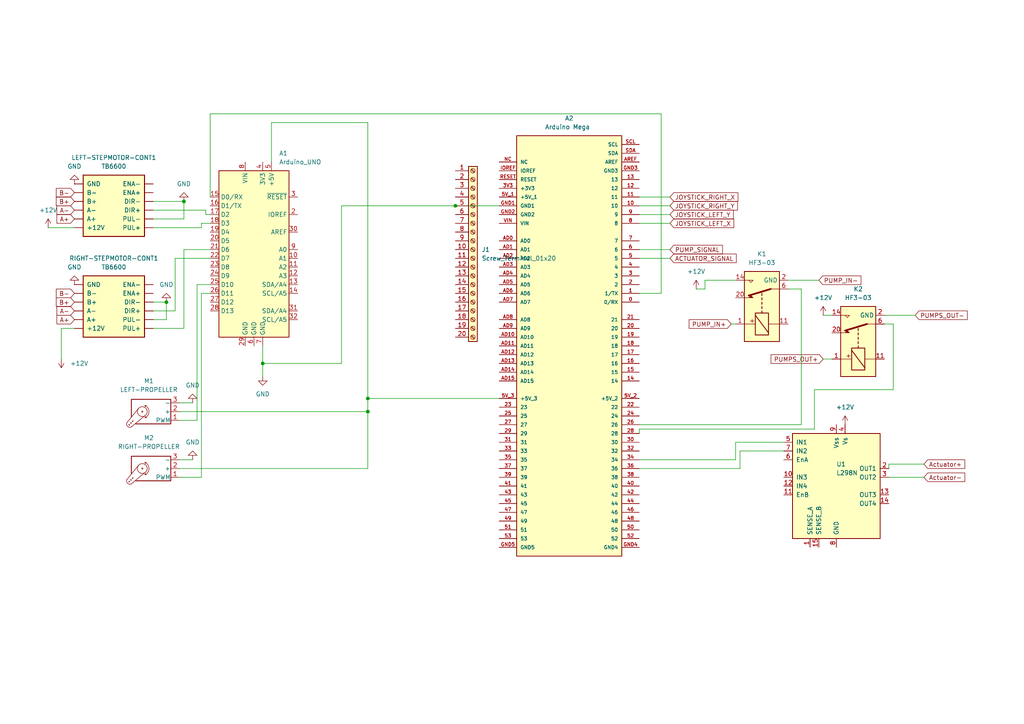
<source format=kicad_sch>
(kicad_sch
	(version 20231120)
	(generator "eeschema")
	(generator_version "8.0")
	(uuid "b6c33fa4-7798-4320-b590-ed2b2cbce280")
	(paper "A4")
	(lib_symbols
		(symbol "A000067:A000067"
			(pin_names
				(offset 1.016)
			)
			(exclude_from_sim no)
			(in_bom yes)
			(on_board yes)
			(property "Reference" "A2"
				(at 0 66.04 0)
				(effects
					(font
						(size 1.27 1.27)
					)
				)
			)
			(property "Value" "Arduino Mega "
				(at 0 63.5 0)
				(effects
					(font
						(size 1.27 1.27)
					)
				)
			)
			(property "Footprint" "A000067:ARDUINO_A000067"
				(at 0.254 -17.018 0)
				(effects
					(font
						(size 1.27 1.27)
					)
					(justify bottom)
					(hide yes)
				)
			)
			(property "Datasheet" ""
				(at 0 0 0)
				(effects
					(font
						(size 1.27 1.27)
					)
					(hide yes)
				)
			)
			(property "Description" "Dev.kit: Arduino; SPI, TWI, UART; ICSP, USB B, pin strips, supply"
				(at 1.016 -10.668 0)
				(effects
					(font
						(size 1.27 1.27)
					)
					(justify bottom)
					(hide yes)
				)
			)
			(property "MF" "Arduino"
				(at -0.762 -21.336 0)
				(effects
					(font
						(size 1.27 1.27)
					)
					(justify bottom)
					(hide yes)
				)
			)
			(property "PACKAGE" "None"
				(at 0 0 0)
				(effects
					(font
						(size 1.27 1.27)
					)
					(justify bottom)
					(hide yes)
				)
			)
			(property "PRICE" "None"
				(at 0 0 0)
				(effects
					(font
						(size 1.27 1.27)
					)
					(justify bottom)
					(hide yes)
				)
			)
			(property "Package" "Non-Standard Arduino"
				(at 0 0 0)
				(effects
					(font
						(size 1.27 1.27)
					)
					(justify bottom)
					(hide yes)
				)
			)
			(property "Check_prices" "https://www.snapeda.com/parts/Arduino%20Mega%202560%20Rev3/Arduino/view-part/?ref=eda"
				(at -0.762 -7.366 0)
				(effects
					(font
						(size 1.27 1.27)
					)
					(justify bottom)
					(hide yes)
				)
			)
			(property "Price" "None"
				(at 0 0 0)
				(effects
					(font
						(size 1.27 1.27)
					)
					(justify bottom)
					(hide yes)
				)
			)
			(property "SnapEDA_Link" "https://www.snapeda.com/parts/Arduino%20Mega%202560%20Rev3/Arduino/view-part/?ref=snap"
				(at 0 0 0)
				(effects
					(font
						(size 1.27 1.27)
					)
					(justify bottom)
					(hide yes)
				)
			)
			(property "MP" "Arduino Mega 2560 Rev3"
				(at 0 0 0)
				(effects
					(font
						(size 1.27 1.27)
					)
					(justify bottom)
					(hide yes)
				)
			)
			(property "Availability" "In Stock"
				(at 0 0 0)
				(effects
					(font
						(size 1.27 1.27)
					)
					(justify bottom)
					(hide yes)
				)
			)
			(property "AVAILABILITY" "Unavailable"
				(at 0 0 0)
				(effects
					(font
						(size 1.27 1.27)
					)
					(justify bottom)
					(hide yes)
				)
			)
			(property "Description_1" "\n8-bit board with 54 digital pins, 16 analog inputs, and 4 serial ports.\n"
				(at 0 0 0)
				(effects
					(font
						(size 1.27 1.27)
					)
					(justify bottom)
					(hide yes)
				)
			)
			(symbol "A000067_0_0"
				(rectangle
					(start -15.24 -60.96)
					(end 15.24 60.96)
					(stroke
						(width 0.254)
						(type default)
					)
					(fill
						(type background)
					)
				)
				(pin passive line
					(at 20.32 40.64 180)
					(length 5.08)
					(name "10"
						(effects
							(font
								(size 1.016 1.016)
							)
						)
					)
					(number "10"
						(effects
							(font
								(size 1.016 1.016)
							)
						)
					)
				)
				(pin passive line
					(at 20.32 43.18 180)
					(length 5.08)
					(name "11"
						(effects
							(font
								(size 1.016 1.016)
							)
						)
					)
					(number "11"
						(effects
							(font
								(size 1.016 1.016)
							)
						)
					)
				)
				(pin passive line
					(at 20.32 45.72 180)
					(length 5.08)
					(name "12"
						(effects
							(font
								(size 1.016 1.016)
							)
						)
					)
					(number "12"
						(effects
							(font
								(size 1.016 1.016)
							)
						)
					)
				)
				(pin passive line
					(at 20.32 48.26 180)
					(length 5.08)
					(name "13"
						(effects
							(font
								(size 1.016 1.016)
							)
						)
					)
					(number "13"
						(effects
							(font
								(size 1.016 1.016)
							)
						)
					)
				)
				(pin passive line
					(at 20.32 -10.16 180)
					(length 5.08)
					(name "14"
						(effects
							(font
								(size 1.016 1.016)
							)
						)
					)
					(number "14"
						(effects
							(font
								(size 1.016 1.016)
							)
						)
					)
				)
				(pin passive line
					(at 20.32 -7.62 180)
					(length 5.08)
					(name "15"
						(effects
							(font
								(size 1.016 1.016)
							)
						)
					)
					(number "15"
						(effects
							(font
								(size 1.016 1.016)
							)
						)
					)
				)
				(pin passive line
					(at 20.32 -5.08 180)
					(length 5.08)
					(name "16"
						(effects
							(font
								(size 1.016 1.016)
							)
						)
					)
					(number "16"
						(effects
							(font
								(size 1.016 1.016)
							)
						)
					)
				)
				(pin passive line
					(at 20.32 -2.54 180)
					(length 5.08)
					(name "17"
						(effects
							(font
								(size 1.016 1.016)
							)
						)
					)
					(number "17"
						(effects
							(font
								(size 1.016 1.016)
							)
						)
					)
				)
				(pin passive line
					(at 20.32 0 180)
					(length 5.08)
					(name "18"
						(effects
							(font
								(size 1.016 1.016)
							)
						)
					)
					(number "18"
						(effects
							(font
								(size 1.016 1.016)
							)
						)
					)
				)
				(pin passive line
					(at 20.32 2.54 180)
					(length 5.08)
					(name "19"
						(effects
							(font
								(size 1.016 1.016)
							)
						)
					)
					(number "19"
						(effects
							(font
								(size 1.016 1.016)
							)
						)
					)
				)
				(pin passive line
					(at 20.32 17.78 180)
					(length 5.08)
					(name "2"
						(effects
							(font
								(size 1.016 1.016)
							)
						)
					)
					(number "2"
						(effects
							(font
								(size 1.016 1.016)
							)
						)
					)
				)
				(pin passive line
					(at 20.32 5.08 180)
					(length 5.08)
					(name "20"
						(effects
							(font
								(size 1.016 1.016)
							)
						)
					)
					(number "20"
						(effects
							(font
								(size 1.016 1.016)
							)
						)
					)
				)
				(pin passive line
					(at 20.32 7.62 180)
					(length 5.08)
					(name "21"
						(effects
							(font
								(size 1.016 1.016)
							)
						)
					)
					(number "21"
						(effects
							(font
								(size 1.016 1.016)
							)
						)
					)
				)
				(pin passive line
					(at 20.32 -17.78 180)
					(length 5.08)
					(name "22"
						(effects
							(font
								(size 1.016 1.016)
							)
						)
					)
					(number "22"
						(effects
							(font
								(size 1.016 1.016)
							)
						)
					)
				)
				(pin passive line
					(at -20.32 -17.78 0)
					(length 5.08)
					(name "23"
						(effects
							(font
								(size 1.016 1.016)
							)
						)
					)
					(number "23"
						(effects
							(font
								(size 1.016 1.016)
							)
						)
					)
				)
				(pin passive line
					(at 20.32 -20.32 180)
					(length 5.08)
					(name "24"
						(effects
							(font
								(size 1.016 1.016)
							)
						)
					)
					(number "24"
						(effects
							(font
								(size 1.016 1.016)
							)
						)
					)
				)
				(pin passive line
					(at -20.32 -20.32 0)
					(length 5.08)
					(name "25"
						(effects
							(font
								(size 1.016 1.016)
							)
						)
					)
					(number "25"
						(effects
							(font
								(size 1.016 1.016)
							)
						)
					)
				)
				(pin passive line
					(at 20.32 -22.86 180)
					(length 5.08)
					(name "26"
						(effects
							(font
								(size 1.016 1.016)
							)
						)
					)
					(number "26"
						(effects
							(font
								(size 1.016 1.016)
							)
						)
					)
				)
				(pin passive line
					(at -20.32 -22.86 0)
					(length 5.08)
					(name "27"
						(effects
							(font
								(size 1.016 1.016)
							)
						)
					)
					(number "27"
						(effects
							(font
								(size 1.016 1.016)
							)
						)
					)
				)
				(pin passive line
					(at 20.32 -25.4 180)
					(length 5.08)
					(name "28"
						(effects
							(font
								(size 1.016 1.016)
							)
						)
					)
					(number "28"
						(effects
							(font
								(size 1.016 1.016)
							)
						)
					)
				)
				(pin passive line
					(at -20.32 -25.4 0)
					(length 5.08)
					(name "29"
						(effects
							(font
								(size 1.016 1.016)
							)
						)
					)
					(number "29"
						(effects
							(font
								(size 1.016 1.016)
							)
						)
					)
				)
				(pin passive line
					(at 20.32 20.32 180)
					(length 5.08)
					(name "3"
						(effects
							(font
								(size 1.016 1.016)
							)
						)
					)
					(number "3"
						(effects
							(font
								(size 1.016 1.016)
							)
						)
					)
				)
				(pin passive line
					(at 20.32 -27.94 180)
					(length 5.08)
					(name "30"
						(effects
							(font
								(size 1.016 1.016)
							)
						)
					)
					(number "30"
						(effects
							(font
								(size 1.016 1.016)
							)
						)
					)
				)
				(pin passive line
					(at -20.32 -27.94 0)
					(length 5.08)
					(name "31"
						(effects
							(font
								(size 1.016 1.016)
							)
						)
					)
					(number "31"
						(effects
							(font
								(size 1.016 1.016)
							)
						)
					)
				)
				(pin passive line
					(at 20.32 -30.48 180)
					(length 5.08)
					(name "32"
						(effects
							(font
								(size 1.016 1.016)
							)
						)
					)
					(number "32"
						(effects
							(font
								(size 1.016 1.016)
							)
						)
					)
				)
				(pin passive line
					(at -20.32 -30.48 0)
					(length 5.08)
					(name "33"
						(effects
							(font
								(size 1.016 1.016)
							)
						)
					)
					(number "33"
						(effects
							(font
								(size 1.016 1.016)
							)
						)
					)
				)
				(pin passive line
					(at 20.32 -33.02 180)
					(length 5.08)
					(name "34"
						(effects
							(font
								(size 1.016 1.016)
							)
						)
					)
					(number "34"
						(effects
							(font
								(size 1.016 1.016)
							)
						)
					)
				)
				(pin passive line
					(at -20.32 -33.02 0)
					(length 5.08)
					(name "35"
						(effects
							(font
								(size 1.016 1.016)
							)
						)
					)
					(number "35"
						(effects
							(font
								(size 1.016 1.016)
							)
						)
					)
				)
				(pin passive line
					(at 20.32 -35.56 180)
					(length 5.08)
					(name "36"
						(effects
							(font
								(size 1.016 1.016)
							)
						)
					)
					(number "36"
						(effects
							(font
								(size 1.016 1.016)
							)
						)
					)
				)
				(pin passive line
					(at -20.32 -35.56 0)
					(length 5.08)
					(name "37"
						(effects
							(font
								(size 1.016 1.016)
							)
						)
					)
					(number "37"
						(effects
							(font
								(size 1.016 1.016)
							)
						)
					)
				)
				(pin passive line
					(at 20.32 -38.1 180)
					(length 5.08)
					(name "38"
						(effects
							(font
								(size 1.016 1.016)
							)
						)
					)
					(number "38"
						(effects
							(font
								(size 1.016 1.016)
							)
						)
					)
				)
				(pin passive line
					(at -20.32 -38.1 0)
					(length 5.08)
					(name "39"
						(effects
							(font
								(size 1.016 1.016)
							)
						)
					)
					(number "39"
						(effects
							(font
								(size 1.016 1.016)
							)
						)
					)
				)
				(pin passive line
					(at -20.32 45.72 0)
					(length 5.08)
					(name "+3V3"
						(effects
							(font
								(size 1.016 1.016)
							)
						)
					)
					(number "3V3"
						(effects
							(font
								(size 1.016 1.016)
							)
						)
					)
				)
				(pin passive line
					(at 20.32 22.86 180)
					(length 5.08)
					(name "4"
						(effects
							(font
								(size 1.016 1.016)
							)
						)
					)
					(number "4"
						(effects
							(font
								(size 1.016 1.016)
							)
						)
					)
				)
				(pin passive line
					(at 20.32 -40.64 180)
					(length 5.08)
					(name "40"
						(effects
							(font
								(size 1.016 1.016)
							)
						)
					)
					(number "40"
						(effects
							(font
								(size 1.016 1.016)
							)
						)
					)
				)
				(pin passive line
					(at -20.32 -40.64 0)
					(length 5.08)
					(name "41"
						(effects
							(font
								(size 1.016 1.016)
							)
						)
					)
					(number "41"
						(effects
							(font
								(size 1.016 1.016)
							)
						)
					)
				)
				(pin passive line
					(at 20.32 -43.18 180)
					(length 5.08)
					(name "42"
						(effects
							(font
								(size 1.016 1.016)
							)
						)
					)
					(number "42"
						(effects
							(font
								(size 1.016 1.016)
							)
						)
					)
				)
				(pin passive line
					(at -20.32 -43.18 0)
					(length 5.08)
					(name "43"
						(effects
							(font
								(size 1.016 1.016)
							)
						)
					)
					(number "43"
						(effects
							(font
								(size 1.016 1.016)
							)
						)
					)
				)
				(pin passive line
					(at 20.32 -45.72 180)
					(length 5.08)
					(name "44"
						(effects
							(font
								(size 1.016 1.016)
							)
						)
					)
					(number "44"
						(effects
							(font
								(size 1.016 1.016)
							)
						)
					)
				)
				(pin passive line
					(at -20.32 -45.72 0)
					(length 5.08)
					(name "45"
						(effects
							(font
								(size 1.016 1.016)
							)
						)
					)
					(number "45"
						(effects
							(font
								(size 1.016 1.016)
							)
						)
					)
				)
				(pin passive line
					(at 20.32 -48.26 180)
					(length 5.08)
					(name "46"
						(effects
							(font
								(size 1.016 1.016)
							)
						)
					)
					(number "46"
						(effects
							(font
								(size 1.016 1.016)
							)
						)
					)
				)
				(pin passive line
					(at -20.32 -48.26 0)
					(length 5.08)
					(name "47"
						(effects
							(font
								(size 1.016 1.016)
							)
						)
					)
					(number "47"
						(effects
							(font
								(size 1.016 1.016)
							)
						)
					)
				)
				(pin passive line
					(at 20.32 -50.8 180)
					(length 5.08)
					(name "48"
						(effects
							(font
								(size 1.016 1.016)
							)
						)
					)
					(number "48"
						(effects
							(font
								(size 1.016 1.016)
							)
						)
					)
				)
				(pin passive line
					(at -20.32 -50.8 0)
					(length 5.08)
					(name "49"
						(effects
							(font
								(size 1.016 1.016)
							)
						)
					)
					(number "49"
						(effects
							(font
								(size 1.016 1.016)
							)
						)
					)
				)
				(pin passive line
					(at 20.32 25.4 180)
					(length 5.08)
					(name "5"
						(effects
							(font
								(size 1.016 1.016)
							)
						)
					)
					(number "5"
						(effects
							(font
								(size 1.016 1.016)
							)
						)
					)
				)
				(pin passive line
					(at 20.32 -53.34 180)
					(length 5.08)
					(name "50"
						(effects
							(font
								(size 1.016 1.016)
							)
						)
					)
					(number "50"
						(effects
							(font
								(size 1.016 1.016)
							)
						)
					)
				)
				(pin passive line
					(at -20.32 -53.34 0)
					(length 5.08)
					(name "51"
						(effects
							(font
								(size 1.016 1.016)
							)
						)
					)
					(number "51"
						(effects
							(font
								(size 1.016 1.016)
							)
						)
					)
				)
				(pin passive line
					(at 20.32 -55.88 180)
					(length 5.08)
					(name "52"
						(effects
							(font
								(size 1.016 1.016)
							)
						)
					)
					(number "52"
						(effects
							(font
								(size 1.016 1.016)
							)
						)
					)
				)
				(pin passive line
					(at -20.32 -55.88 0)
					(length 5.08)
					(name "53"
						(effects
							(font
								(size 1.016 1.016)
							)
						)
					)
					(number "53"
						(effects
							(font
								(size 1.016 1.016)
							)
						)
					)
				)
				(pin passive line
					(at -20.32 43.18 0)
					(length 5.08)
					(name "+5V_1"
						(effects
							(font
								(size 1.016 1.016)
							)
						)
					)
					(number "5V_1"
						(effects
							(font
								(size 1.016 1.016)
							)
						)
					)
				)
				(pin passive line
					(at 20.32 -15.24 180)
					(length 5.08)
					(name "+5V_2"
						(effects
							(font
								(size 1.016 1.016)
							)
						)
					)
					(number "5V_2"
						(effects
							(font
								(size 1.016 1.016)
							)
						)
					)
				)
				(pin passive line
					(at -20.32 -15.24 0)
					(length 5.08)
					(name "+5V_3"
						(effects
							(font
								(size 1.016 1.016)
							)
						)
					)
					(number "5V_3"
						(effects
							(font
								(size 1.016 1.016)
							)
						)
					)
				)
				(pin passive line
					(at 20.32 27.94 180)
					(length 5.08)
					(name "6"
						(effects
							(font
								(size 1.016 1.016)
							)
						)
					)
					(number "6"
						(effects
							(font
								(size 1.016 1.016)
							)
						)
					)
				)
				(pin passive line
					(at 20.32 30.48 180)
					(length 5.08)
					(name "7"
						(effects
							(font
								(size 1.016 1.016)
							)
						)
					)
					(number "7"
						(effects
							(font
								(size 1.016 1.016)
							)
						)
					)
				)
				(pin passive line
					(at 20.32 35.56 180)
					(length 5.08)
					(name "8"
						(effects
							(font
								(size 1.016 1.016)
							)
						)
					)
					(number "8"
						(effects
							(font
								(size 1.016 1.016)
							)
						)
					)
				)
				(pin passive line
					(at 20.32 38.1 180)
					(length 5.08)
					(name "9"
						(effects
							(font
								(size 1.016 1.016)
							)
						)
					)
					(number "9"
						(effects
							(font
								(size 1.016 1.016)
							)
						)
					)
				)
				(pin passive line
					(at -20.32 30.48 0)
					(length 5.08)
					(name "AD0"
						(effects
							(font
								(size 1.016 1.016)
							)
						)
					)
					(number "AD0"
						(effects
							(font
								(size 1.016 1.016)
							)
						)
					)
				)
				(pin passive line
					(at -20.32 27.94 0)
					(length 5.08)
					(name "AD1"
						(effects
							(font
								(size 1.016 1.016)
							)
						)
					)
					(number "AD1"
						(effects
							(font
								(size 1.016 1.016)
							)
						)
					)
				)
				(pin passive line
					(at -20.32 2.54 0)
					(length 5.08)
					(name "AD10"
						(effects
							(font
								(size 1.016 1.016)
							)
						)
					)
					(number "AD10"
						(effects
							(font
								(size 1.016 1.016)
							)
						)
					)
				)
				(pin passive line
					(at -20.32 0 0)
					(length 5.08)
					(name "AD11"
						(effects
							(font
								(size 1.016 1.016)
							)
						)
					)
					(number "AD11"
						(effects
							(font
								(size 1.016 1.016)
							)
						)
					)
				)
				(pin passive line
					(at -20.32 -2.54 0)
					(length 5.08)
					(name "AD12"
						(effects
							(font
								(size 1.016 1.016)
							)
						)
					)
					(number "AD12"
						(effects
							(font
								(size 1.016 1.016)
							)
						)
					)
				)
				(pin passive line
					(at -20.32 -5.08 0)
					(length 5.08)
					(name "AD13"
						(effects
							(font
								(size 1.016 1.016)
							)
						)
					)
					(number "AD13"
						(effects
							(font
								(size 1.016 1.016)
							)
						)
					)
				)
				(pin passive line
					(at -20.32 -7.62 0)
					(length 5.08)
					(name "AD14"
						(effects
							(font
								(size 1.016 1.016)
							)
						)
					)
					(number "AD14"
						(effects
							(font
								(size 1.016 1.016)
							)
						)
					)
				)
				(pin passive line
					(at -20.32 -10.16 0)
					(length 5.08)
					(name "AD15"
						(effects
							(font
								(size 1.016 1.016)
							)
						)
					)
					(number "AD15"
						(effects
							(font
								(size 1.016 1.016)
							)
						)
					)
				)
				(pin passive line
					(at -20.32 25.4 0)
					(length 5.08)
					(name "AD2"
						(effects
							(font
								(size 1.016 1.016)
							)
						)
					)
					(number "AD2"
						(effects
							(font
								(size 1.016 1.016)
							)
						)
					)
				)
				(pin passive line
					(at -20.32 22.86 0)
					(length 5.08)
					(name "AD3"
						(effects
							(font
								(size 1.016 1.016)
							)
						)
					)
					(number "AD3"
						(effects
							(font
								(size 1.016 1.016)
							)
						)
					)
				)
				(pin passive line
					(at -20.32 20.32 0)
					(length 5.08)
					(name "AD4"
						(effects
							(font
								(size 1.016 1.016)
							)
						)
					)
					(number "AD4"
						(effects
							(font
								(size 1.016 1.016)
							)
						)
					)
				)
				(pin passive line
					(at -20.32 17.78 0)
					(length 5.08)
					(name "AD5"
						(effects
							(font
								(size 1.016 1.016)
							)
						)
					)
					(number "AD5"
						(effects
							(font
								(size 1.016 1.016)
							)
						)
					)
				)
				(pin passive line
					(at -20.32 15.24 0)
					(length 5.08)
					(name "AD6"
						(effects
							(font
								(size 1.016 1.016)
							)
						)
					)
					(number "AD6"
						(effects
							(font
								(size 1.016 1.016)
							)
						)
					)
				)
				(pin passive line
					(at -20.32 12.7 0)
					(length 5.08)
					(name "AD7"
						(effects
							(font
								(size 1.016 1.016)
							)
						)
					)
					(number "AD7"
						(effects
							(font
								(size 1.016 1.016)
							)
						)
					)
				)
				(pin passive line
					(at -20.32 7.62 0)
					(length 5.08)
					(name "AD8"
						(effects
							(font
								(size 1.016 1.016)
							)
						)
					)
					(number "AD8"
						(effects
							(font
								(size 1.016 1.016)
							)
						)
					)
				)
				(pin passive line
					(at -20.32 5.08 0)
					(length 5.08)
					(name "AD9"
						(effects
							(font
								(size 1.016 1.016)
							)
						)
					)
					(number "AD9"
						(effects
							(font
								(size 1.016 1.016)
							)
						)
					)
				)
				(pin passive line
					(at 20.32 53.34 180)
					(length 5.08)
					(name "AREF"
						(effects
							(font
								(size 1.016 1.016)
							)
						)
					)
					(number "AREF"
						(effects
							(font
								(size 1.016 1.016)
							)
						)
					)
				)
				(pin passive line
					(at -20.32 40.64 0)
					(length 5.08)
					(name "GND1"
						(effects
							(font
								(size 1.016 1.016)
							)
						)
					)
					(number "GND1"
						(effects
							(font
								(size 1.016 1.016)
							)
						)
					)
				)
				(pin passive line
					(at -20.32 38.1 0)
					(length 5.08)
					(name "GND2"
						(effects
							(font
								(size 1.016 1.016)
							)
						)
					)
					(number "GND2"
						(effects
							(font
								(size 1.016 1.016)
							)
						)
					)
				)
				(pin passive line
					(at 20.32 50.8 180)
					(length 5.08)
					(name "GND3"
						(effects
							(font
								(size 1.016 1.016)
							)
						)
					)
					(number "GND3"
						(effects
							(font
								(size 1.016 1.016)
							)
						)
					)
				)
				(pin passive line
					(at 20.32 -58.42 180)
					(length 5.08)
					(name "GND4"
						(effects
							(font
								(size 1.016 1.016)
							)
						)
					)
					(number "GND4"
						(effects
							(font
								(size 1.016 1.016)
							)
						)
					)
				)
				(pin passive line
					(at -20.32 -58.42 0)
					(length 5.08)
					(name "GND5"
						(effects
							(font
								(size 1.016 1.016)
							)
						)
					)
					(number "GND5"
						(effects
							(font
								(size 1.016 1.016)
							)
						)
					)
				)
				(pin passive line
					(at -20.32 50.8 0)
					(length 5.08)
					(name "IOREF"
						(effects
							(font
								(size 1.016 1.016)
							)
						)
					)
					(number "IOREF"
						(effects
							(font
								(size 1.016 1.016)
							)
						)
					)
				)
				(pin passive line
					(at -20.32 53.34 0)
					(length 5.08)
					(name "NC"
						(effects
							(font
								(size 1.016 1.016)
							)
						)
					)
					(number "NC"
						(effects
							(font
								(size 1.016 1.016)
							)
						)
					)
				)
				(pin passive line
					(at -20.32 48.26 0)
					(length 5.08)
					(name "RESET"
						(effects
							(font
								(size 1.016 1.016)
							)
						)
					)
					(number "RESET"
						(effects
							(font
								(size 1.016 1.016)
							)
						)
					)
				)
				(pin passive line
					(at 20.32 58.42 180)
					(length 5.08)
					(name "SCL"
						(effects
							(font
								(size 1.016 1.016)
							)
						)
					)
					(number "SCL"
						(effects
							(font
								(size 1.016 1.016)
							)
						)
					)
				)
				(pin passive line
					(at 20.32 55.88 180)
					(length 5.08)
					(name "SDA"
						(effects
							(font
								(size 1.016 1.016)
							)
						)
					)
					(number "SDA"
						(effects
							(font
								(size 1.016 1.016)
							)
						)
					)
				)
				(pin passive line
					(at -20.32 35.56 0)
					(length 5.08)
					(name "VIN"
						(effects
							(font
								(size 1.016 1.016)
							)
						)
					)
					(number "VIN"
						(effects
							(font
								(size 1.016 1.016)
							)
						)
					)
				)
			)
			(symbol "A000067_1_0"
				(pin passive line
					(at 20.32 12.7 180)
					(length 5.08)
					(name "0/RX"
						(effects
							(font
								(size 1.016 1.016)
							)
						)
					)
					(number "0"
						(effects
							(font
								(size 1.016 1.016)
							)
						)
					)
				)
				(pin passive line
					(at 20.32 15.24 180)
					(length 5.08)
					(name "1/TX"
						(effects
							(font
								(size 1.016 1.016)
							)
						)
					)
					(number "1"
						(effects
							(font
								(size 1.016 1.016)
							)
						)
					)
				)
			)
		)
		(symbol "Connector:Screw_Terminal_01x20"
			(pin_names
				(offset 1.016) hide)
			(exclude_from_sim no)
			(in_bom yes)
			(on_board yes)
			(property "Reference" "J"
				(at 0 25.4 0)
				(effects
					(font
						(size 1.27 1.27)
					)
				)
			)
			(property "Value" "Screw_Terminal_01x20"
				(at 0 -27.94 0)
				(effects
					(font
						(size 1.27 1.27)
					)
				)
			)
			(property "Footprint" ""
				(at 0 0 0)
				(effects
					(font
						(size 1.27 1.27)
					)
					(hide yes)
				)
			)
			(property "Datasheet" "~"
				(at 0 0 0)
				(effects
					(font
						(size 1.27 1.27)
					)
					(hide yes)
				)
			)
			(property "Description" "Generic screw terminal, single row, 01x20, script generated (kicad-library-utils/schlib/autogen/connector/)"
				(at 0 0 0)
				(effects
					(font
						(size 1.27 1.27)
					)
					(hide yes)
				)
			)
			(property "ki_keywords" "screw terminal"
				(at 0 0 0)
				(effects
					(font
						(size 1.27 1.27)
					)
					(hide yes)
				)
			)
			(property "ki_fp_filters" "TerminalBlock*:*"
				(at 0 0 0)
				(effects
					(font
						(size 1.27 1.27)
					)
					(hide yes)
				)
			)
			(symbol "Screw_Terminal_01x20_1_1"
				(rectangle
					(start -1.27 24.13)
					(end 1.27 -26.67)
					(stroke
						(width 0.254)
						(type default)
					)
					(fill
						(type background)
					)
				)
				(circle
					(center 0 -25.4)
					(radius 0.635)
					(stroke
						(width 0.1524)
						(type default)
					)
					(fill
						(type none)
					)
				)
				(circle
					(center 0 -22.86)
					(radius 0.635)
					(stroke
						(width 0.1524)
						(type default)
					)
					(fill
						(type none)
					)
				)
				(circle
					(center 0 -20.32)
					(radius 0.635)
					(stroke
						(width 0.1524)
						(type default)
					)
					(fill
						(type none)
					)
				)
				(circle
					(center 0 -17.78)
					(radius 0.635)
					(stroke
						(width 0.1524)
						(type default)
					)
					(fill
						(type none)
					)
				)
				(circle
					(center 0 -15.24)
					(radius 0.635)
					(stroke
						(width 0.1524)
						(type default)
					)
					(fill
						(type none)
					)
				)
				(circle
					(center 0 -12.7)
					(radius 0.635)
					(stroke
						(width 0.1524)
						(type default)
					)
					(fill
						(type none)
					)
				)
				(circle
					(center 0 -10.16)
					(radius 0.635)
					(stroke
						(width 0.1524)
						(type default)
					)
					(fill
						(type none)
					)
				)
				(circle
					(center 0 -7.62)
					(radius 0.635)
					(stroke
						(width 0.1524)
						(type default)
					)
					(fill
						(type none)
					)
				)
				(circle
					(center 0 -5.08)
					(radius 0.635)
					(stroke
						(width 0.1524)
						(type default)
					)
					(fill
						(type none)
					)
				)
				(circle
					(center 0 -2.54)
					(radius 0.635)
					(stroke
						(width 0.1524)
						(type default)
					)
					(fill
						(type none)
					)
				)
				(polyline
					(pts
						(xy -0.5334 -25.0698) (xy 0.3302 -25.908)
					)
					(stroke
						(width 0.1524)
						(type default)
					)
					(fill
						(type none)
					)
				)
				(polyline
					(pts
						(xy -0.5334 -22.5298) (xy 0.3302 -23.368)
					)
					(stroke
						(width 0.1524)
						(type default)
					)
					(fill
						(type none)
					)
				)
				(polyline
					(pts
						(xy -0.5334 -19.9898) (xy 0.3302 -20.828)
					)
					(stroke
						(width 0.1524)
						(type default)
					)
					(fill
						(type none)
					)
				)
				(polyline
					(pts
						(xy -0.5334 -17.4498) (xy 0.3302 -18.288)
					)
					(stroke
						(width 0.1524)
						(type default)
					)
					(fill
						(type none)
					)
				)
				(polyline
					(pts
						(xy -0.5334 -14.9098) (xy 0.3302 -15.748)
					)
					(stroke
						(width 0.1524)
						(type default)
					)
					(fill
						(type none)
					)
				)
				(polyline
					(pts
						(xy -0.5334 -12.3698) (xy 0.3302 -13.208)
					)
					(stroke
						(width 0.1524)
						(type default)
					)
					(fill
						(type none)
					)
				)
				(polyline
					(pts
						(xy -0.5334 -9.8298) (xy 0.3302 -10.668)
					)
					(stroke
						(width 0.1524)
						(type default)
					)
					(fill
						(type none)
					)
				)
				(polyline
					(pts
						(xy -0.5334 -7.2898) (xy 0.3302 -8.128)
					)
					(stroke
						(width 0.1524)
						(type default)
					)
					(fill
						(type none)
					)
				)
				(polyline
					(pts
						(xy -0.5334 -4.7498) (xy 0.3302 -5.588)
					)
					(stroke
						(width 0.1524)
						(type default)
					)
					(fill
						(type none)
					)
				)
				(polyline
					(pts
						(xy -0.5334 -2.2098) (xy 0.3302 -3.048)
					)
					(stroke
						(width 0.1524)
						(type default)
					)
					(fill
						(type none)
					)
				)
				(polyline
					(pts
						(xy -0.5334 0.3302) (xy 0.3302 -0.508)
					)
					(stroke
						(width 0.1524)
						(type default)
					)
					(fill
						(type none)
					)
				)
				(polyline
					(pts
						(xy -0.5334 2.8702) (xy 0.3302 2.032)
					)
					(stroke
						(width 0.1524)
						(type default)
					)
					(fill
						(type none)
					)
				)
				(polyline
					(pts
						(xy -0.5334 5.4102) (xy 0.3302 4.572)
					)
					(stroke
						(width 0.1524)
						(type default)
					)
					(fill
						(type none)
					)
				)
				(polyline
					(pts
						(xy -0.5334 7.9502) (xy 0.3302 7.112)
					)
					(stroke
						(width 0.1524)
						(type default)
					)
					(fill
						(type none)
					)
				)
				(polyline
					(pts
						(xy -0.5334 10.4902) (xy 0.3302 9.652)
					)
					(stroke
						(width 0.1524)
						(type default)
					)
					(fill
						(type none)
					)
				)
				(polyline
					(pts
						(xy -0.5334 13.0302) (xy 0.3302 12.192)
					)
					(stroke
						(width 0.1524)
						(type default)
					)
					(fill
						(type none)
					)
				)
				(polyline
					(pts
						(xy -0.5334 15.5702) (xy 0.3302 14.732)
					)
					(stroke
						(width 0.1524)
						(type default)
					)
					(fill
						(type none)
					)
				)
				(polyline
					(pts
						(xy -0.5334 18.1102) (xy 0.3302 17.272)
					)
					(stroke
						(width 0.1524)
						(type default)
					)
					(fill
						(type none)
					)
				)
				(polyline
					(pts
						(xy -0.5334 20.6502) (xy 0.3302 19.812)
					)
					(stroke
						(width 0.1524)
						(type default)
					)
					(fill
						(type none)
					)
				)
				(polyline
					(pts
						(xy -0.5334 23.1902) (xy 0.3302 22.352)
					)
					(stroke
						(width 0.1524)
						(type default)
					)
					(fill
						(type none)
					)
				)
				(polyline
					(pts
						(xy -0.3556 -24.892) (xy 0.508 -25.7302)
					)
					(stroke
						(width 0.1524)
						(type default)
					)
					(fill
						(type none)
					)
				)
				(polyline
					(pts
						(xy -0.3556 -22.352) (xy 0.508 -23.1902)
					)
					(stroke
						(width 0.1524)
						(type default)
					)
					(fill
						(type none)
					)
				)
				(polyline
					(pts
						(xy -0.3556 -19.812) (xy 0.508 -20.6502)
					)
					(stroke
						(width 0.1524)
						(type default)
					)
					(fill
						(type none)
					)
				)
				(polyline
					(pts
						(xy -0.3556 -17.272) (xy 0.508 -18.1102)
					)
					(stroke
						(width 0.1524)
						(type default)
					)
					(fill
						(type none)
					)
				)
				(polyline
					(pts
						(xy -0.3556 -14.732) (xy 0.508 -15.5702)
					)
					(stroke
						(width 0.1524)
						(type default)
					)
					(fill
						(type none)
					)
				)
				(polyline
					(pts
						(xy -0.3556 -12.192) (xy 0.508 -13.0302)
					)
					(stroke
						(width 0.1524)
						(type default)
					)
					(fill
						(type none)
					)
				)
				(polyline
					(pts
						(xy -0.3556 -9.652) (xy 0.508 -10.4902)
					)
					(stroke
						(width 0.1524)
						(type default)
					)
					(fill
						(type none)
					)
				)
				(polyline
					(pts
						(xy -0.3556 -7.112) (xy 0.508 -7.9502)
					)
					(stroke
						(width 0.1524)
						(type default)
					)
					(fill
						(type none)
					)
				)
				(polyline
					(pts
						(xy -0.3556 -4.572) (xy 0.508 -5.4102)
					)
					(stroke
						(width 0.1524)
						(type default)
					)
					(fill
						(type none)
					)
				)
				(polyline
					(pts
						(xy -0.3556 -2.032) (xy 0.508 -2.8702)
					)
					(stroke
						(width 0.1524)
						(type default)
					)
					(fill
						(type none)
					)
				)
				(polyline
					(pts
						(xy -0.3556 0.508) (xy 0.508 -0.3302)
					)
					(stroke
						(width 0.1524)
						(type default)
					)
					(fill
						(type none)
					)
				)
				(polyline
					(pts
						(xy -0.3556 3.048) (xy 0.508 2.2098)
					)
					(stroke
						(width 0.1524)
						(type default)
					)
					(fill
						(type none)
					)
				)
				(polyline
					(pts
						(xy -0.3556 5.588) (xy 0.508 4.7498)
					)
					(stroke
						(width 0.1524)
						(type default)
					)
					(fill
						(type none)
					)
				)
				(polyline
					(pts
						(xy -0.3556 8.128) (xy 0.508 7.2898)
					)
					(stroke
						(width 0.1524)
						(type default)
					)
					(fill
						(type none)
					)
				)
				(polyline
					(pts
						(xy -0.3556 10.668) (xy 0.508 9.8298)
					)
					(stroke
						(width 0.1524)
						(type default)
					)
					(fill
						(type none)
					)
				)
				(polyline
					(pts
						(xy -0.3556 13.208) (xy 0.508 12.3698)
					)
					(stroke
						(width 0.1524)
						(type default)
					)
					(fill
						(type none)
					)
				)
				(polyline
					(pts
						(xy -0.3556 15.748) (xy 0.508 14.9098)
					)
					(stroke
						(width 0.1524)
						(type default)
					)
					(fill
						(type none)
					)
				)
				(polyline
					(pts
						(xy -0.3556 18.288) (xy 0.508 17.4498)
					)
					(stroke
						(width 0.1524)
						(type default)
					)
					(fill
						(type none)
					)
				)
				(polyline
					(pts
						(xy -0.3556 20.828) (xy 0.508 19.9898)
					)
					(stroke
						(width 0.1524)
						(type default)
					)
					(fill
						(type none)
					)
				)
				(polyline
					(pts
						(xy -0.3556 23.368) (xy 0.508 22.5298)
					)
					(stroke
						(width 0.1524)
						(type default)
					)
					(fill
						(type none)
					)
				)
				(circle
					(center 0 0)
					(radius 0.635)
					(stroke
						(width 0.1524)
						(type default)
					)
					(fill
						(type none)
					)
				)
				(circle
					(center 0 2.54)
					(radius 0.635)
					(stroke
						(width 0.1524)
						(type default)
					)
					(fill
						(type none)
					)
				)
				(circle
					(center 0 5.08)
					(radius 0.635)
					(stroke
						(width 0.1524)
						(type default)
					)
					(fill
						(type none)
					)
				)
				(circle
					(center 0 7.62)
					(radius 0.635)
					(stroke
						(width 0.1524)
						(type default)
					)
					(fill
						(type none)
					)
				)
				(circle
					(center 0 10.16)
					(radius 0.635)
					(stroke
						(width 0.1524)
						(type default)
					)
					(fill
						(type none)
					)
				)
				(circle
					(center 0 12.7)
					(radius 0.635)
					(stroke
						(width 0.1524)
						(type default)
					)
					(fill
						(type none)
					)
				)
				(circle
					(center 0 15.24)
					(radius 0.635)
					(stroke
						(width 0.1524)
						(type default)
					)
					(fill
						(type none)
					)
				)
				(circle
					(center 0 17.78)
					(radius 0.635)
					(stroke
						(width 0.1524)
						(type default)
					)
					(fill
						(type none)
					)
				)
				(circle
					(center 0 20.32)
					(radius 0.635)
					(stroke
						(width 0.1524)
						(type default)
					)
					(fill
						(type none)
					)
				)
				(circle
					(center 0 22.86)
					(radius 0.635)
					(stroke
						(width 0.1524)
						(type default)
					)
					(fill
						(type none)
					)
				)
				(pin passive line
					(at -5.08 22.86 0)
					(length 3.81)
					(name "Pin_1"
						(effects
							(font
								(size 1.27 1.27)
							)
						)
					)
					(number "1"
						(effects
							(font
								(size 1.27 1.27)
							)
						)
					)
				)
				(pin passive line
					(at -5.08 0 0)
					(length 3.81)
					(name "Pin_10"
						(effects
							(font
								(size 1.27 1.27)
							)
						)
					)
					(number "10"
						(effects
							(font
								(size 1.27 1.27)
							)
						)
					)
				)
				(pin passive line
					(at -5.08 -2.54 0)
					(length 3.81)
					(name "Pin_11"
						(effects
							(font
								(size 1.27 1.27)
							)
						)
					)
					(number "11"
						(effects
							(font
								(size 1.27 1.27)
							)
						)
					)
				)
				(pin passive line
					(at -5.08 -5.08 0)
					(length 3.81)
					(name "Pin_12"
						(effects
							(font
								(size 1.27 1.27)
							)
						)
					)
					(number "12"
						(effects
							(font
								(size 1.27 1.27)
							)
						)
					)
				)
				(pin passive line
					(at -5.08 -7.62 0)
					(length 3.81)
					(name "Pin_13"
						(effects
							(font
								(size 1.27 1.27)
							)
						)
					)
					(number "13"
						(effects
							(font
								(size 1.27 1.27)
							)
						)
					)
				)
				(pin passive line
					(at -5.08 -10.16 0)
					(length 3.81)
					(name "Pin_14"
						(effects
							(font
								(size 1.27 1.27)
							)
						)
					)
					(number "14"
						(effects
							(font
								(size 1.27 1.27)
							)
						)
					)
				)
				(pin passive line
					(at -5.08 -12.7 0)
					(length 3.81)
					(name "Pin_15"
						(effects
							(font
								(size 1.27 1.27)
							)
						)
					)
					(number "15"
						(effects
							(font
								(size 1.27 1.27)
							)
						)
					)
				)
				(pin passive line
					(at -5.08 -15.24 0)
					(length 3.81)
					(name "Pin_16"
						(effects
							(font
								(size 1.27 1.27)
							)
						)
					)
					(number "16"
						(effects
							(font
								(size 1.27 1.27)
							)
						)
					)
				)
				(pin passive line
					(at -5.08 -17.78 0)
					(length 3.81)
					(name "Pin_17"
						(effects
							(font
								(size 1.27 1.27)
							)
						)
					)
					(number "17"
						(effects
							(font
								(size 1.27 1.27)
							)
						)
					)
				)
				(pin passive line
					(at -5.08 -20.32 0)
					(length 3.81)
					(name "Pin_18"
						(effects
							(font
								(size 1.27 1.27)
							)
						)
					)
					(number "18"
						(effects
							(font
								(size 1.27 1.27)
							)
						)
					)
				)
				(pin passive line
					(at -5.08 -22.86 0)
					(length 3.81)
					(name "Pin_19"
						(effects
							(font
								(size 1.27 1.27)
							)
						)
					)
					(number "19"
						(effects
							(font
								(size 1.27 1.27)
							)
						)
					)
				)
				(pin passive line
					(at -5.08 20.32 0)
					(length 3.81)
					(name "Pin_2"
						(effects
							(font
								(size 1.27 1.27)
							)
						)
					)
					(number "2"
						(effects
							(font
								(size 1.27 1.27)
							)
						)
					)
				)
				(pin passive line
					(at -5.08 -25.4 0)
					(length 3.81)
					(name "Pin_20"
						(effects
							(font
								(size 1.27 1.27)
							)
						)
					)
					(number "20"
						(effects
							(font
								(size 1.27 1.27)
							)
						)
					)
				)
				(pin passive line
					(at -5.08 17.78 0)
					(length 3.81)
					(name "Pin_3"
						(effects
							(font
								(size 1.27 1.27)
							)
						)
					)
					(number "3"
						(effects
							(font
								(size 1.27 1.27)
							)
						)
					)
				)
				(pin passive line
					(at -5.08 15.24 0)
					(length 3.81)
					(name "Pin_4"
						(effects
							(font
								(size 1.27 1.27)
							)
						)
					)
					(number "4"
						(effects
							(font
								(size 1.27 1.27)
							)
						)
					)
				)
				(pin passive line
					(at -5.08 12.7 0)
					(length 3.81)
					(name "Pin_5"
						(effects
							(font
								(size 1.27 1.27)
							)
						)
					)
					(number "5"
						(effects
							(font
								(size 1.27 1.27)
							)
						)
					)
				)
				(pin passive line
					(at -5.08 10.16 0)
					(length 3.81)
					(name "Pin_6"
						(effects
							(font
								(size 1.27 1.27)
							)
						)
					)
					(number "6"
						(effects
							(font
								(size 1.27 1.27)
							)
						)
					)
				)
				(pin passive line
					(at -5.08 7.62 0)
					(length 3.81)
					(name "Pin_7"
						(effects
							(font
								(size 1.27 1.27)
							)
						)
					)
					(number "7"
						(effects
							(font
								(size 1.27 1.27)
							)
						)
					)
				)
				(pin passive line
					(at -5.08 5.08 0)
					(length 3.81)
					(name "Pin_8"
						(effects
							(font
								(size 1.27 1.27)
							)
						)
					)
					(number "8"
						(effects
							(font
								(size 1.27 1.27)
							)
						)
					)
				)
				(pin passive line
					(at -5.08 2.54 0)
					(length 3.81)
					(name "Pin_9"
						(effects
							(font
								(size 1.27 1.27)
							)
						)
					)
					(number "9"
						(effects
							(font
								(size 1.27 1.27)
							)
						)
					)
				)
			)
		)
		(symbol "Driver_Motor:L298N"
			(pin_names
				(offset 1.016)
			)
			(exclude_from_sim no)
			(in_bom yes)
			(on_board yes)
			(property "Reference" "U"
				(at -10.16 16.51 0)
				(effects
					(font
						(size 1.27 1.27)
					)
					(justify right)
				)
			)
			(property "Value" "L298N"
				(at 12.7 16.51 0)
				(effects
					(font
						(size 1.27 1.27)
					)
					(justify right)
				)
			)
			(property "Footprint" "Package_TO_SOT_THT:TO-220-15_P2.54x2.54mm_StaggerOdd_Lead4.58mm_Vertical"
				(at 1.27 -16.51 0)
				(effects
					(font
						(size 1.27 1.27)
					)
					(justify left)
					(hide yes)
				)
			)
			(property "Datasheet" "http://www.st.com/st-web-ui/static/active/en/resource/technical/document/datasheet/CD00000240.pdf"
				(at 3.81 6.35 0)
				(effects
					(font
						(size 1.27 1.27)
					)
					(hide yes)
				)
			)
			(property "Description" "Dual full bridge motor driver, up to 46V, 4A, Multiwatt15-V"
				(at 0 0 0)
				(effects
					(font
						(size 1.27 1.27)
					)
					(hide yes)
				)
			)
			(property "ki_keywords" "H-bridge motor driver"
				(at 0 0 0)
				(effects
					(font
						(size 1.27 1.27)
					)
					(hide yes)
				)
			)
			(property "ki_fp_filters" "TO?220*StaggerOdd*Vertical*"
				(at 0 0 0)
				(effects
					(font
						(size 1.27 1.27)
					)
					(hide yes)
				)
			)
			(symbol "L298N_0_1"
				(rectangle
					(start -12.7 15.24)
					(end 12.7 -15.24)
					(stroke
						(width 0.254)
						(type default)
					)
					(fill
						(type background)
					)
				)
			)
			(symbol "L298N_1_1"
				(pin power_in line
					(at -7.62 -17.78 90)
					(length 2.54)
					(name "SENSE_A"
						(effects
							(font
								(size 1.27 1.27)
							)
						)
					)
					(number "1"
						(effects
							(font
								(size 1.27 1.27)
							)
						)
					)
				)
				(pin input line
					(at -15.24 2.54 0)
					(length 2.54)
					(name "IN3"
						(effects
							(font
								(size 1.27 1.27)
							)
						)
					)
					(number "10"
						(effects
							(font
								(size 1.27 1.27)
							)
						)
					)
				)
				(pin input line
					(at -15.24 -2.54 0)
					(length 2.54)
					(name "EnB"
						(effects
							(font
								(size 1.27 1.27)
							)
						)
					)
					(number "11"
						(effects
							(font
								(size 1.27 1.27)
							)
						)
					)
				)
				(pin input line
					(at -15.24 0 0)
					(length 2.54)
					(name "IN4"
						(effects
							(font
								(size 1.27 1.27)
							)
						)
					)
					(number "12"
						(effects
							(font
								(size 1.27 1.27)
							)
						)
					)
				)
				(pin output line
					(at 15.24 -2.54 180)
					(length 2.54)
					(name "OUT3"
						(effects
							(font
								(size 1.27 1.27)
							)
						)
					)
					(number "13"
						(effects
							(font
								(size 1.27 1.27)
							)
						)
					)
				)
				(pin output line
					(at 15.24 -5.08 180)
					(length 2.54)
					(name "OUT4"
						(effects
							(font
								(size 1.27 1.27)
							)
						)
					)
					(number "14"
						(effects
							(font
								(size 1.27 1.27)
							)
						)
					)
				)
				(pin power_in line
					(at -5.08 -17.78 90)
					(length 2.54)
					(name "SENSE_B"
						(effects
							(font
								(size 1.27 1.27)
							)
						)
					)
					(number "15"
						(effects
							(font
								(size 1.27 1.27)
							)
						)
					)
				)
				(pin output line
					(at 15.24 5.08 180)
					(length 2.54)
					(name "OUT1"
						(effects
							(font
								(size 1.27 1.27)
							)
						)
					)
					(number "2"
						(effects
							(font
								(size 1.27 1.27)
							)
						)
					)
				)
				(pin output line
					(at 15.24 2.54 180)
					(length 2.54)
					(name "OUT2"
						(effects
							(font
								(size 1.27 1.27)
							)
						)
					)
					(number "3"
						(effects
							(font
								(size 1.27 1.27)
							)
						)
					)
				)
				(pin power_in line
					(at 2.54 17.78 270)
					(length 2.54)
					(name "Vs"
						(effects
							(font
								(size 1.27 1.27)
							)
						)
					)
					(number "4"
						(effects
							(font
								(size 1.27 1.27)
							)
						)
					)
				)
				(pin input line
					(at -15.24 12.7 0)
					(length 2.54)
					(name "IN1"
						(effects
							(font
								(size 1.27 1.27)
							)
						)
					)
					(number "5"
						(effects
							(font
								(size 1.27 1.27)
							)
						)
					)
				)
				(pin input line
					(at -15.24 7.62 0)
					(length 2.54)
					(name "EnA"
						(effects
							(font
								(size 1.27 1.27)
							)
						)
					)
					(number "6"
						(effects
							(font
								(size 1.27 1.27)
							)
						)
					)
				)
				(pin input line
					(at -15.24 10.16 0)
					(length 2.54)
					(name "IN2"
						(effects
							(font
								(size 1.27 1.27)
							)
						)
					)
					(number "7"
						(effects
							(font
								(size 1.27 1.27)
							)
						)
					)
				)
				(pin power_in line
					(at 0 -17.78 90)
					(length 2.54)
					(name "GND"
						(effects
							(font
								(size 1.27 1.27)
							)
						)
					)
					(number "8"
						(effects
							(font
								(size 1.27 1.27)
							)
						)
					)
				)
				(pin power_in line
					(at 0 17.78 270)
					(length 2.54)
					(name "Vss"
						(effects
							(font
								(size 1.27 1.27)
							)
						)
					)
					(number "9"
						(effects
							(font
								(size 1.27 1.27)
							)
						)
					)
				)
			)
		)
		(symbol "MCU_Module:Arduino_UNO_R3"
			(exclude_from_sim no)
			(in_bom yes)
			(on_board yes)
			(property "Reference" "A"
				(at -10.16 23.495 0)
				(effects
					(font
						(size 1.27 1.27)
					)
					(justify left bottom)
				)
			)
			(property "Value" "Arduino_UNO_R3"
				(at 5.08 -26.67 0)
				(effects
					(font
						(size 1.27 1.27)
					)
					(justify left top)
				)
			)
			(property "Footprint" "Module:Arduino_UNO_R3"
				(at 0 0 0)
				(effects
					(font
						(size 1.27 1.27)
						(italic yes)
					)
					(hide yes)
				)
			)
			(property "Datasheet" "https://www.arduino.cc/en/Main/arduinoBoardUno"
				(at 0 0 0)
				(effects
					(font
						(size 1.27 1.27)
					)
					(hide yes)
				)
			)
			(property "Description" "Arduino UNO Microcontroller Module, release 3"
				(at 0 0 0)
				(effects
					(font
						(size 1.27 1.27)
					)
					(hide yes)
				)
			)
			(property "ki_keywords" "Arduino UNO R3 Microcontroller Module Atmel AVR USB"
				(at 0 0 0)
				(effects
					(font
						(size 1.27 1.27)
					)
					(hide yes)
				)
			)
			(property "ki_fp_filters" "Arduino*UNO*R3*"
				(at 0 0 0)
				(effects
					(font
						(size 1.27 1.27)
					)
					(hide yes)
				)
			)
			(symbol "Arduino_UNO_R3_0_1"
				(rectangle
					(start -10.16 22.86)
					(end 10.16 -25.4)
					(stroke
						(width 0.254)
						(type default)
					)
					(fill
						(type background)
					)
				)
			)
			(symbol "Arduino_UNO_R3_1_1"
				(pin no_connect line
					(at -10.16 -20.32 0)
					(length 2.54) hide
					(name "NC"
						(effects
							(font
								(size 1.27 1.27)
							)
						)
					)
					(number "1"
						(effects
							(font
								(size 1.27 1.27)
							)
						)
					)
				)
				(pin bidirectional line
					(at 12.7 -2.54 180)
					(length 2.54)
					(name "A1"
						(effects
							(font
								(size 1.27 1.27)
							)
						)
					)
					(number "10"
						(effects
							(font
								(size 1.27 1.27)
							)
						)
					)
				)
				(pin bidirectional line
					(at 12.7 -5.08 180)
					(length 2.54)
					(name "A2"
						(effects
							(font
								(size 1.27 1.27)
							)
						)
					)
					(number "11"
						(effects
							(font
								(size 1.27 1.27)
							)
						)
					)
				)
				(pin bidirectional line
					(at 12.7 -7.62 180)
					(length 2.54)
					(name "A3"
						(effects
							(font
								(size 1.27 1.27)
							)
						)
					)
					(number "12"
						(effects
							(font
								(size 1.27 1.27)
							)
						)
					)
				)
				(pin bidirectional line
					(at 12.7 -10.16 180)
					(length 2.54)
					(name "SDA/A4"
						(effects
							(font
								(size 1.27 1.27)
							)
						)
					)
					(number "13"
						(effects
							(font
								(size 1.27 1.27)
							)
						)
					)
				)
				(pin bidirectional line
					(at 12.7 -12.7 180)
					(length 2.54)
					(name "SCL/A5"
						(effects
							(font
								(size 1.27 1.27)
							)
						)
					)
					(number "14"
						(effects
							(font
								(size 1.27 1.27)
							)
						)
					)
				)
				(pin bidirectional line
					(at -12.7 15.24 0)
					(length 2.54)
					(name "D0/RX"
						(effects
							(font
								(size 1.27 1.27)
							)
						)
					)
					(number "15"
						(effects
							(font
								(size 1.27 1.27)
							)
						)
					)
				)
				(pin bidirectional line
					(at -12.7 12.7 0)
					(length 2.54)
					(name "D1/TX"
						(effects
							(font
								(size 1.27 1.27)
							)
						)
					)
					(number "16"
						(effects
							(font
								(size 1.27 1.27)
							)
						)
					)
				)
				(pin bidirectional line
					(at -12.7 10.16 0)
					(length 2.54)
					(name "D2"
						(effects
							(font
								(size 1.27 1.27)
							)
						)
					)
					(number "17"
						(effects
							(font
								(size 1.27 1.27)
							)
						)
					)
				)
				(pin bidirectional line
					(at -12.7 7.62 0)
					(length 2.54)
					(name "D3"
						(effects
							(font
								(size 1.27 1.27)
							)
						)
					)
					(number "18"
						(effects
							(font
								(size 1.27 1.27)
							)
						)
					)
				)
				(pin bidirectional line
					(at -12.7 5.08 0)
					(length 2.54)
					(name "D4"
						(effects
							(font
								(size 1.27 1.27)
							)
						)
					)
					(number "19"
						(effects
							(font
								(size 1.27 1.27)
							)
						)
					)
				)
				(pin output line
					(at 12.7 10.16 180)
					(length 2.54)
					(name "IOREF"
						(effects
							(font
								(size 1.27 1.27)
							)
						)
					)
					(number "2"
						(effects
							(font
								(size 1.27 1.27)
							)
						)
					)
				)
				(pin bidirectional line
					(at -12.7 2.54 0)
					(length 2.54)
					(name "D5"
						(effects
							(font
								(size 1.27 1.27)
							)
						)
					)
					(number "20"
						(effects
							(font
								(size 1.27 1.27)
							)
						)
					)
				)
				(pin bidirectional line
					(at -12.7 0 0)
					(length 2.54)
					(name "D6"
						(effects
							(font
								(size 1.27 1.27)
							)
						)
					)
					(number "21"
						(effects
							(font
								(size 1.27 1.27)
							)
						)
					)
				)
				(pin bidirectional line
					(at -12.7 -2.54 0)
					(length 2.54)
					(name "D7"
						(effects
							(font
								(size 1.27 1.27)
							)
						)
					)
					(number "22"
						(effects
							(font
								(size 1.27 1.27)
							)
						)
					)
				)
				(pin bidirectional line
					(at -12.7 -5.08 0)
					(length 2.54)
					(name "D8"
						(effects
							(font
								(size 1.27 1.27)
							)
						)
					)
					(number "23"
						(effects
							(font
								(size 1.27 1.27)
							)
						)
					)
				)
				(pin bidirectional line
					(at -12.7 -7.62 0)
					(length 2.54)
					(name "D9"
						(effects
							(font
								(size 1.27 1.27)
							)
						)
					)
					(number "24"
						(effects
							(font
								(size 1.27 1.27)
							)
						)
					)
				)
				(pin bidirectional line
					(at -12.7 -10.16 0)
					(length 2.54)
					(name "D10"
						(effects
							(font
								(size 1.27 1.27)
							)
						)
					)
					(number "25"
						(effects
							(font
								(size 1.27 1.27)
							)
						)
					)
				)
				(pin bidirectional line
					(at -12.7 -12.7 0)
					(length 2.54)
					(name "D11"
						(effects
							(font
								(size 1.27 1.27)
							)
						)
					)
					(number "26"
						(effects
							(font
								(size 1.27 1.27)
							)
						)
					)
				)
				(pin bidirectional line
					(at -12.7 -15.24 0)
					(length 2.54)
					(name "D12"
						(effects
							(font
								(size 1.27 1.27)
							)
						)
					)
					(number "27"
						(effects
							(font
								(size 1.27 1.27)
							)
						)
					)
				)
				(pin bidirectional line
					(at -12.7 -17.78 0)
					(length 2.54)
					(name "D13"
						(effects
							(font
								(size 1.27 1.27)
							)
						)
					)
					(number "28"
						(effects
							(font
								(size 1.27 1.27)
							)
						)
					)
				)
				(pin power_in line
					(at -2.54 -27.94 90)
					(length 2.54)
					(name "GND"
						(effects
							(font
								(size 1.27 1.27)
							)
						)
					)
					(number "29"
						(effects
							(font
								(size 1.27 1.27)
							)
						)
					)
				)
				(pin input line
					(at 12.7 15.24 180)
					(length 2.54)
					(name "~{RESET}"
						(effects
							(font
								(size 1.27 1.27)
							)
						)
					)
					(number "3"
						(effects
							(font
								(size 1.27 1.27)
							)
						)
					)
				)
				(pin input line
					(at 12.7 5.08 180)
					(length 2.54)
					(name "AREF"
						(effects
							(font
								(size 1.27 1.27)
							)
						)
					)
					(number "30"
						(effects
							(font
								(size 1.27 1.27)
							)
						)
					)
				)
				(pin bidirectional line
					(at 12.7 -17.78 180)
					(length 2.54)
					(name "SDA/A4"
						(effects
							(font
								(size 1.27 1.27)
							)
						)
					)
					(number "31"
						(effects
							(font
								(size 1.27 1.27)
							)
						)
					)
				)
				(pin bidirectional line
					(at 12.7 -20.32 180)
					(length 2.54)
					(name "SCL/A5"
						(effects
							(font
								(size 1.27 1.27)
							)
						)
					)
					(number "32"
						(effects
							(font
								(size 1.27 1.27)
							)
						)
					)
				)
				(pin power_out line
					(at 2.54 25.4 270)
					(length 2.54)
					(name "3V3"
						(effects
							(font
								(size 1.27 1.27)
							)
						)
					)
					(number "4"
						(effects
							(font
								(size 1.27 1.27)
							)
						)
					)
				)
				(pin power_out line
					(at 5.08 25.4 270)
					(length 2.54)
					(name "+5V"
						(effects
							(font
								(size 1.27 1.27)
							)
						)
					)
					(number "5"
						(effects
							(font
								(size 1.27 1.27)
							)
						)
					)
				)
				(pin power_in line
					(at 0 -27.94 90)
					(length 2.54)
					(name "GND"
						(effects
							(font
								(size 1.27 1.27)
							)
						)
					)
					(number "6"
						(effects
							(font
								(size 1.27 1.27)
							)
						)
					)
				)
				(pin power_in line
					(at 2.54 -27.94 90)
					(length 2.54)
					(name "GND"
						(effects
							(font
								(size 1.27 1.27)
							)
						)
					)
					(number "7"
						(effects
							(font
								(size 1.27 1.27)
							)
						)
					)
				)
				(pin power_in line
					(at -2.54 25.4 270)
					(length 2.54)
					(name "VIN"
						(effects
							(font
								(size 1.27 1.27)
							)
						)
					)
					(number "8"
						(effects
							(font
								(size 1.27 1.27)
							)
						)
					)
				)
				(pin bidirectional line
					(at 12.7 0 180)
					(length 2.54)
					(name "A0"
						(effects
							(font
								(size 1.27 1.27)
							)
						)
					)
					(number "9"
						(effects
							(font
								(size 1.27 1.27)
							)
						)
					)
				)
			)
		)
		(symbol "Motor:Motor_Servo"
			(pin_names
				(offset 0.0254)
			)
			(exclude_from_sim no)
			(in_bom yes)
			(on_board yes)
			(property "Reference" "M"
				(at -5.08 4.445 0)
				(effects
					(font
						(size 1.27 1.27)
					)
					(justify left)
				)
			)
			(property "Value" "Motor_Servo"
				(at -5.08 -4.064 0)
				(effects
					(font
						(size 1.27 1.27)
					)
					(justify left top)
				)
			)
			(property "Footprint" ""
				(at 0 -4.826 0)
				(effects
					(font
						(size 1.27 1.27)
					)
					(hide yes)
				)
			)
			(property "Datasheet" "http://forums.parallax.com/uploads/attachments/46831/74481.png"
				(at 0 -4.826 0)
				(effects
					(font
						(size 1.27 1.27)
					)
					(hide yes)
				)
			)
			(property "Description" "Servo Motor (Futaba, HiTec, JR connector)"
				(at 0 0 0)
				(effects
					(font
						(size 1.27 1.27)
					)
					(hide yes)
				)
			)
			(property "ki_keywords" "Servo Motor"
				(at 0 0 0)
				(effects
					(font
						(size 1.27 1.27)
					)
					(hide yes)
				)
			)
			(property "ki_fp_filters" "PinHeader*P2.54mm*"
				(at 0 0 0)
				(effects
					(font
						(size 1.27 1.27)
					)
					(hide yes)
				)
			)
			(symbol "Motor_Servo_0_1"
				(polyline
					(pts
						(xy 2.413 -1.778) (xy 2.032 -1.778)
					)
					(stroke
						(width 0)
						(type default)
					)
					(fill
						(type none)
					)
				)
				(polyline
					(pts
						(xy 2.413 -1.778) (xy 2.286 -1.397)
					)
					(stroke
						(width 0)
						(type default)
					)
					(fill
						(type none)
					)
				)
				(polyline
					(pts
						(xy 2.413 1.778) (xy 1.905 1.778)
					)
					(stroke
						(width 0)
						(type default)
					)
					(fill
						(type none)
					)
				)
				(polyline
					(pts
						(xy 2.413 1.778) (xy 2.286 1.397)
					)
					(stroke
						(width 0)
						(type default)
					)
					(fill
						(type none)
					)
				)
				(polyline
					(pts
						(xy 6.35 4.445) (xy 2.54 1.27)
					)
					(stroke
						(width 0)
						(type default)
					)
					(fill
						(type none)
					)
				)
				(polyline
					(pts
						(xy 7.62 3.175) (xy 4.191 -1.016)
					)
					(stroke
						(width 0)
						(type default)
					)
					(fill
						(type none)
					)
				)
				(polyline
					(pts
						(xy 5.08 3.556) (xy -5.08 3.556) (xy -5.08 -3.556) (xy 6.35 -3.556) (xy 6.35 1.524)
					)
					(stroke
						(width 0.254)
						(type default)
					)
					(fill
						(type none)
					)
				)
				(arc
					(start 2.413 1.778)
					(mid 1.2406 0)
					(end 2.413 -1.778)
					(stroke
						(width 0)
						(type default)
					)
					(fill
						(type none)
					)
				)
				(circle
					(center 3.175 0)
					(radius 0.1778)
					(stroke
						(width 0)
						(type default)
					)
					(fill
						(type none)
					)
				)
				(circle
					(center 3.175 0)
					(radius 1.4224)
					(stroke
						(width 0)
						(type default)
					)
					(fill
						(type none)
					)
				)
				(circle
					(center 5.969 2.794)
					(radius 0.127)
					(stroke
						(width 0)
						(type default)
					)
					(fill
						(type none)
					)
				)
				(circle
					(center 6.477 3.302)
					(radius 0.127)
					(stroke
						(width 0)
						(type default)
					)
					(fill
						(type none)
					)
				)
				(circle
					(center 6.985 3.81)
					(radius 0.127)
					(stroke
						(width 0)
						(type default)
					)
					(fill
						(type none)
					)
				)
				(arc
					(start 7.62 3.175)
					(mid 7.4485 4.2735)
					(end 6.35 4.445)
					(stroke
						(width 0)
						(type default)
					)
					(fill
						(type none)
					)
				)
			)
			(symbol "Motor_Servo_1_1"
				(pin passive line
					(at -7.62 2.54 0)
					(length 2.54)
					(name "PWM"
						(effects
							(font
								(size 1.27 1.27)
							)
						)
					)
					(number "1"
						(effects
							(font
								(size 1.27 1.27)
							)
						)
					)
				)
				(pin passive line
					(at -7.62 0 0)
					(length 2.54)
					(name "+"
						(effects
							(font
								(size 1.27 1.27)
							)
						)
					)
					(number "2"
						(effects
							(font
								(size 1.27 1.27)
							)
						)
					)
				)
				(pin passive line
					(at -7.62 -2.54 0)
					(length 2.54)
					(name "-"
						(effects
							(font
								(size 1.27 1.27)
							)
						)
					)
					(number "3"
						(effects
							(font
								(size 1.27 1.27)
							)
						)
					)
				)
			)
		)
		(symbol "Relay:HF3-03"
			(exclude_from_sim no)
			(in_bom yes)
			(on_board yes)
			(property "Reference" "K"
				(at 11.43 3.81 0)
				(effects
					(font
						(size 1.27 1.27)
					)
					(justify left)
				)
			)
			(property "Value" "HF3-03"
				(at 11.43 1.27 0)
				(effects
					(font
						(size 1.27 1.27)
					)
					(justify left)
				)
			)
			(property "Footprint" "Relay_SMD:Relay_SPDT_AXICOM_HF3Series_75ohms_Pitch1.27mm"
				(at 28.702 -0.762 0)
				(effects
					(font
						(size 1.27 1.27)
					)
					(hide yes)
				)
			)
			(property "Datasheet" "http://hiqsdr.com/images/3/3e/Axicom-HF3.pdf"
				(at 0 0 0)
				(effects
					(font
						(size 1.27 1.27)
					)
					(hide yes)
				)
			)
			(property "Description" "AXICOM HF3 relay, 3GHz, SPDT RF Switching Relay, 75ohm, 5Vdc, Single-Side Stable"
				(at 0 0 0)
				(effects
					(font
						(size 1.27 1.27)
					)
					(hide yes)
				)
			)
			(property "ki_keywords" "Single Pole Relay SPDT"
				(at 0 0 0)
				(effects
					(font
						(size 1.27 1.27)
					)
					(hide yes)
				)
			)
			(property "ki_fp_filters" "Relay*SPDT*AXICOM*HF3Series*75ohms*Pitch1.27mm*"
				(at 0 0 0)
				(effects
					(font
						(size 1.27 1.27)
					)
					(hide yes)
				)
			)
			(symbol "HF3-03_0_0"
				(polyline
					(pts
						(xy 7.62 5.08) (xy 7.62 2.54) (xy 6.985 3.175) (xy 7.62 3.81)
					)
					(stroke
						(width 0)
						(type default)
					)
					(fill
						(type none)
					)
				)
				(text "+"
					(at -4.191 2.921 0)
					(effects
						(font
							(size 1.27 1.27)
						)
					)
				)
			)
			(symbol "HF3-03_0_1"
				(rectangle
					(start -10.16 5.08)
					(end 10.16 -5.08)
					(stroke
						(width 0.254)
						(type default)
					)
					(fill
						(type background)
					)
				)
				(rectangle
					(start -8.255 1.905)
					(end -1.905 -1.905)
					(stroke
						(width 0.254)
						(type default)
					)
					(fill
						(type none)
					)
				)
				(polyline
					(pts
						(xy -7.62 -1.905) (xy -2.54 1.905)
					)
					(stroke
						(width 0.254)
						(type default)
					)
					(fill
						(type none)
					)
				)
				(polyline
					(pts
						(xy -5.08 -5.08) (xy -5.08 -1.905)
					)
					(stroke
						(width 0)
						(type default)
					)
					(fill
						(type none)
					)
				)
				(polyline
					(pts
						(xy -5.08 5.08) (xy -5.08 1.905)
					)
					(stroke
						(width 0)
						(type default)
					)
					(fill
						(type none)
					)
				)
				(polyline
					(pts
						(xy -1.905 0) (xy -1.27 0)
					)
					(stroke
						(width 0.254)
						(type default)
					)
					(fill
						(type none)
					)
				)
				(polyline
					(pts
						(xy -0.635 0) (xy 0 0)
					)
					(stroke
						(width 0.254)
						(type default)
					)
					(fill
						(type none)
					)
				)
				(polyline
					(pts
						(xy 0.635 0) (xy 1.27 0)
					)
					(stroke
						(width 0.254)
						(type default)
					)
					(fill
						(type none)
					)
				)
				(polyline
					(pts
						(xy 1.905 0) (xy 2.54 0)
					)
					(stroke
						(width 0.254)
						(type default)
					)
					(fill
						(type none)
					)
				)
				(polyline
					(pts
						(xy 3.175 0) (xy 3.81 0)
					)
					(stroke
						(width 0.254)
						(type default)
					)
					(fill
						(type none)
					)
				)
				(polyline
					(pts
						(xy 5.08 -2.54) (xy 3.175 3.81)
					)
					(stroke
						(width 0.508)
						(type default)
					)
					(fill
						(type none)
					)
				)
				(polyline
					(pts
						(xy 5.08 -2.54) (xy 5.08 -5.08)
					)
					(stroke
						(width 0)
						(type default)
					)
					(fill
						(type none)
					)
				)
				(polyline
					(pts
						(xy 2.54 5.08) (xy 2.54 2.54) (xy 3.175 3.175) (xy 2.54 3.81)
					)
					(stroke
						(width 0)
						(type default)
					)
					(fill
						(type outline)
					)
				)
			)
			(symbol "HF3-03_1_1"
				(pin passive line
					(at -5.08 7.62 270)
					(length 2.54)
					(name "~"
						(effects
							(font
								(size 1.27 1.27)
							)
						)
					)
					(number "1"
						(effects
							(font
								(size 1.27 1.27)
							)
						)
					)
				)
				(pin passive line
					(at 7.62 -7.62 90)
					(length 2.54) hide
					(name "GND"
						(effects
							(font
								(size 1.27 1.27)
							)
						)
					)
					(number "10"
						(effects
							(font
								(size 1.27 1.27)
							)
						)
					)
				)
				(pin passive line
					(at -5.08 -7.62 90)
					(length 2.54)
					(name "~"
						(effects
							(font
								(size 1.27 1.27)
							)
						)
					)
					(number "11"
						(effects
							(font
								(size 1.27 1.27)
							)
						)
					)
				)
				(pin passive line
					(at 7.62 -7.62 90)
					(length 2.54) hide
					(name "GND"
						(effects
							(font
								(size 1.27 1.27)
							)
						)
					)
					(number "12"
						(effects
							(font
								(size 1.27 1.27)
							)
						)
					)
				)
				(pin passive line
					(at 7.62 -7.62 90)
					(length 2.54) hide
					(name "GND"
						(effects
							(font
								(size 1.27 1.27)
							)
						)
					)
					(number "13"
						(effects
							(font
								(size 1.27 1.27)
							)
						)
					)
				)
				(pin passive line
					(at 7.62 7.62 270)
					(length 2.54)
					(name "~"
						(effects
							(font
								(size 1.27 1.27)
							)
						)
					)
					(number "14"
						(effects
							(font
								(size 1.27 1.27)
							)
						)
					)
				)
				(pin passive line
					(at 7.62 -7.62 90)
					(length 2.54) hide
					(name "GND"
						(effects
							(font
								(size 1.27 1.27)
							)
						)
					)
					(number "15"
						(effects
							(font
								(size 1.27 1.27)
							)
						)
					)
				)
				(pin passive line
					(at 7.62 -7.62 90)
					(length 2.54) hide
					(name "GND"
						(effects
							(font
								(size 1.27 1.27)
							)
						)
					)
					(number "17"
						(effects
							(font
								(size 1.27 1.27)
							)
						)
					)
				)
				(pin passive line
					(at 7.62 -7.62 90)
					(length 2.54) hide
					(name "GND"
						(effects
							(font
								(size 1.27 1.27)
							)
						)
					)
					(number "19"
						(effects
							(font
								(size 1.27 1.27)
							)
						)
					)
				)
				(pin power_in line
					(at 7.62 -7.62 90)
					(length 2.54)
					(name "GND"
						(effects
							(font
								(size 1.27 1.27)
							)
						)
					)
					(number "2"
						(effects
							(font
								(size 1.27 1.27)
							)
						)
					)
				)
				(pin passive line
					(at 2.54 7.62 270)
					(length 2.54)
					(name "~"
						(effects
							(font
								(size 1.27 1.27)
							)
						)
					)
					(number "20"
						(effects
							(font
								(size 1.27 1.27)
							)
						)
					)
				)
				(pin passive line
					(at 7.62 -7.62 90)
					(length 2.54) hide
					(name "GND"
						(effects
							(font
								(size 1.27 1.27)
							)
						)
					)
					(number "21"
						(effects
							(font
								(size 1.27 1.27)
							)
						)
					)
				)
				(pin passive line
					(at 7.62 -7.62 90)
					(length 2.54) hide
					(name "GND"
						(effects
							(font
								(size 1.27 1.27)
							)
						)
					)
					(number "22"
						(effects
							(font
								(size 1.27 1.27)
							)
						)
					)
				)
				(pin passive line
					(at 7.62 -7.62 90)
					(length 2.54) hide
					(name "GND"
						(effects
							(font
								(size 1.27 1.27)
							)
						)
					)
					(number "5"
						(effects
							(font
								(size 1.27 1.27)
							)
						)
					)
				)
				(pin passive line
					(at 5.08 -7.62 90)
					(length 2.54)
					(name "~"
						(effects
							(font
								(size 1.27 1.27)
							)
						)
					)
					(number "6"
						(effects
							(font
								(size 1.27 1.27)
							)
						)
					)
				)
				(pin passive line
					(at 7.62 -7.62 90)
					(length 2.54) hide
					(name "GND"
						(effects
							(font
								(size 1.27 1.27)
							)
						)
					)
					(number "7"
						(effects
							(font
								(size 1.27 1.27)
							)
						)
					)
				)
			)
		)
		(symbol "TB6600_1"
			(pin_names
				(offset 1.016)
			)
			(exclude_from_sim no)
			(in_bom yes)
			(on_board yes)
			(property "Reference" "U1"
				(at 0 12.7 0)
				(effects
					(font
						(size 1.27 1.27)
					)
				)
			)
			(property "Value" "TB6600"
				(at 0 10.16 0)
				(effects
					(font
						(size 1.27 1.27)
					)
				)
			)
			(property "Footprint" ""
				(at 1.27 11.43 0)
				(effects
					(font
						(size 1.27 1.27)
					)
					(hide yes)
				)
			)
			(property "Datasheet" ""
				(at 1.27 11.43 0)
				(effects
					(font
						(size 1.27 1.27)
					)
					(hide yes)
				)
			)
			(property "Description" "Stepper motor driver module"
				(at -0.762 -14.732 0)
				(effects
					(font
						(size 1.27 1.27)
					)
					(hide yes)
				)
			)
			(symbol "TB6600_1_0_1"
				(rectangle
					(start -8.89 7.62)
					(end 8.89 -10.16)
					(stroke
						(width 0.3048)
						(type solid)
					)
					(fill
						(type background)
					)
				)
			)
			(symbol "TB6600_1_1_1"
				(pin input line
					(at -11.43 0 0)
					(length 2.54)
					(name "DIR+"
						(effects
							(font
								(size 1.27 1.27)
							)
						)
					)
					(number ""
						(effects
							(font
								(size 1.27 1.27)
							)
						)
					)
				)
				(pin input line
					(at -11.43 -2.54 0)
					(length 2.54)
					(name "DIR-"
						(effects
							(font
								(size 1.27 1.27)
							)
						)
					)
					(number ""
						(effects
							(font
								(size 1.27 1.27)
							)
						)
					)
				)
				(pin input line
					(at -11.43 -5.08 0)
					(length 2.54)
					(name "ENA+"
						(effects
							(font
								(size 1.27 1.27)
							)
						)
					)
					(number ""
						(effects
							(font
								(size 1.27 1.27)
							)
						)
					)
				)
				(pin input line
					(at -11.43 -7.62 0)
					(length 2.54)
					(name "ENA-"
						(effects
							(font
								(size 1.27 1.27)
							)
						)
					)
					(number ""
						(effects
							(font
								(size 1.27 1.27)
							)
						)
					)
				)
				(pin input line
					(at -11.43 2.54 0)
					(length 2.54)
					(name "PUL-"
						(effects
							(font
								(size 1.27 1.27)
							)
						)
					)
					(number ""
						(effects
							(font
								(size 1.27 1.27)
							)
						)
					)
				)
				(pin power_in line
					(at 11.43 5.08 180)
					(length 2.54)
					(name "+12V"
						(effects
							(font
								(size 1.27 1.27)
							)
						)
					)
					(number "~"
						(effects
							(font
								(size 1.27 1.27)
							)
						)
					)
				)
				(pin power_out line
					(at 11.43 2.54 180)
					(length 2.54)
					(name "A+"
						(effects
							(font
								(size 1.27 1.27)
							)
						)
					)
					(number "~"
						(effects
							(font
								(size 1.27 1.27)
							)
						)
					)
				)
				(pin power_out line
					(at 11.43 0 180)
					(length 2.54)
					(name "A-"
						(effects
							(font
								(size 1.27 1.27)
							)
						)
					)
					(number "~"
						(effects
							(font
								(size 1.27 1.27)
							)
						)
					)
				)
				(pin power_out line
					(at 11.43 -2.54 180)
					(length 2.54)
					(name "B+"
						(effects
							(font
								(size 1.27 1.27)
							)
						)
					)
					(number "~"
						(effects
							(font
								(size 1.27 1.27)
							)
						)
					)
				)
				(pin power_out line
					(at 11.43 -5.08 180)
					(length 2.54)
					(name "B-"
						(effects
							(font
								(size 1.27 1.27)
							)
						)
					)
					(number "~"
						(effects
							(font
								(size 1.27 1.27)
							)
						)
					)
				)
				(pin passive line
					(at 11.43 -7.62 180)
					(length 2.54)
					(name "GND"
						(effects
							(font
								(size 1.27 1.27)
							)
						)
					)
					(number "~"
						(effects
							(font
								(size 1.27 1.27)
							)
						)
					)
				)
				(pin input line
					(at -11.43 5.08 0)
					(length 2.54)
					(name "PUL+"
						(effects
							(font
								(size 1.27 1.27)
							)
						)
					)
					(number "~"
						(effects
							(font
								(size 1.27 1.27)
							)
						)
					)
				)
			)
		)
		(symbol "power:+12V"
			(power)
			(pin_numbers hide)
			(pin_names
				(offset 0) hide)
			(exclude_from_sim no)
			(in_bom yes)
			(on_board yes)
			(property "Reference" "#PWR"
				(at 0 -3.81 0)
				(effects
					(font
						(size 1.27 1.27)
					)
					(hide yes)
				)
			)
			(property "Value" "+12V"
				(at 0 3.556 0)
				(effects
					(font
						(size 1.27 1.27)
					)
				)
			)
			(property "Footprint" ""
				(at 0 0 0)
				(effects
					(font
						(size 1.27 1.27)
					)
					(hide yes)
				)
			)
			(property "Datasheet" ""
				(at 0 0 0)
				(effects
					(font
						(size 1.27 1.27)
					)
					(hide yes)
				)
			)
			(property "Description" "Power symbol creates a global label with name \"+12V\""
				(at 0 0 0)
				(effects
					(font
						(size 1.27 1.27)
					)
					(hide yes)
				)
			)
			(property "ki_keywords" "global power"
				(at 0 0 0)
				(effects
					(font
						(size 1.27 1.27)
					)
					(hide yes)
				)
			)
			(symbol "+12V_0_1"
				(polyline
					(pts
						(xy -0.762 1.27) (xy 0 2.54)
					)
					(stroke
						(width 0)
						(type default)
					)
					(fill
						(type none)
					)
				)
				(polyline
					(pts
						(xy 0 0) (xy 0 2.54)
					)
					(stroke
						(width 0)
						(type default)
					)
					(fill
						(type none)
					)
				)
				(polyline
					(pts
						(xy 0 2.54) (xy 0.762 1.27)
					)
					(stroke
						(width 0)
						(type default)
					)
					(fill
						(type none)
					)
				)
			)
			(symbol "+12V_1_1"
				(pin power_in line
					(at 0 0 90)
					(length 0)
					(name "~"
						(effects
							(font
								(size 1.27 1.27)
							)
						)
					)
					(number "1"
						(effects
							(font
								(size 1.27 1.27)
							)
						)
					)
				)
			)
		)
		(symbol "power:GND"
			(power)
			(pin_numbers hide)
			(pin_names
				(offset 0) hide)
			(exclude_from_sim no)
			(in_bom yes)
			(on_board yes)
			(property "Reference" "#PWR"
				(at 0 -6.35 0)
				(effects
					(font
						(size 1.27 1.27)
					)
					(hide yes)
				)
			)
			(property "Value" "GND"
				(at 0 -3.81 0)
				(effects
					(font
						(size 1.27 1.27)
					)
				)
			)
			(property "Footprint" ""
				(at 0 0 0)
				(effects
					(font
						(size 1.27 1.27)
					)
					(hide yes)
				)
			)
			(property "Datasheet" ""
				(at 0 0 0)
				(effects
					(font
						(size 1.27 1.27)
					)
					(hide yes)
				)
			)
			(property "Description" "Power symbol creates a global label with name \"GND\" , ground"
				(at 0 0 0)
				(effects
					(font
						(size 1.27 1.27)
					)
					(hide yes)
				)
			)
			(property "ki_keywords" "global power"
				(at 0 0 0)
				(effects
					(font
						(size 1.27 1.27)
					)
					(hide yes)
				)
			)
			(symbol "GND_0_1"
				(polyline
					(pts
						(xy 0 0) (xy 0 -1.27) (xy 1.27 -1.27) (xy 0 -2.54) (xy -1.27 -1.27) (xy 0 -1.27)
					)
					(stroke
						(width 0)
						(type default)
					)
					(fill
						(type none)
					)
				)
			)
			(symbol "GND_1_1"
				(pin power_in line
					(at 0 0 270)
					(length 0)
					(name "~"
						(effects
							(font
								(size 1.27 1.27)
							)
						)
					)
					(number "1"
						(effects
							(font
								(size 1.27 1.27)
							)
						)
					)
				)
			)
		)
	)
	(junction
		(at 48.26 87.63)
		(diameter 0)
		(color 0 0 0 0)
		(uuid "4ce0bdca-40dc-4dfe-b48e-5f681b9b0f28")
	)
	(junction
		(at 53.34 58.42)
		(diameter 0)
		(color 0 0 0 0)
		(uuid "53b57e66-cb41-4a91-b273-93d3633aa1e0")
	)
	(junction
		(at 76.2 105.41)
		(diameter 0)
		(color 0 0 0 0)
		(uuid "61c7d305-ddc5-4dfb-bc10-e80f86202eea")
	)
	(junction
		(at 132.08 59.69)
		(diameter 0)
		(color 0 0 0 0)
		(uuid "95708fa9-d124-4ac5-aa10-967927fe7428")
	)
	(junction
		(at 106.68 119.38)
		(diameter 0)
		(color 0 0 0 0)
		(uuid "9a5b08aa-077a-4dcc-b8a7-c8c830cc4427")
	)
	(junction
		(at 106.68 115.57)
		(diameter 0)
		(color 0 0 0 0)
		(uuid "f5d61d37-6825-47a0-ad7b-6cfd3cfce75d")
	)
	(wire
		(pts
			(xy 53.34 72.39) (xy 60.96 72.39)
		)
		(stroke
			(width 0)
			(type default)
		)
		(uuid "06b6144f-92ab-467f-976f-c6d9e2ebed18")
	)
	(wire
		(pts
			(xy 259.08 93.98) (xy 256.54 93.98)
		)
		(stroke
			(width 0)
			(type default)
		)
		(uuid "0e5009c7-b10c-42e8-8539-e812671543c4")
	)
	(wire
		(pts
			(xy 76.2 100.33) (xy 76.2 105.41)
		)
		(stroke
			(width 0)
			(type default)
		)
		(uuid "128a1c07-7ce7-4e25-909c-dd38ecfc1eb1")
	)
	(wire
		(pts
			(xy 191.77 33.02) (xy 60.96 33.02)
		)
		(stroke
			(width 0)
			(type default)
		)
		(uuid "140761e1-1e60-406b-a9d5-5e01223d926c")
	)
	(wire
		(pts
			(xy 213.36 128.27) (xy 227.33 128.27)
		)
		(stroke
			(width 0)
			(type default)
		)
		(uuid "1c47ad3b-2304-49ee-9fee-0f5f4011779c")
	)
	(wire
		(pts
			(xy 44.45 90.17) (xy 50.8 90.17)
		)
		(stroke
			(width 0)
			(type default)
		)
		(uuid "216f27af-e4e6-4628-9690-bc37f0caaef6")
	)
	(wire
		(pts
			(xy 60.96 82.55) (xy 57.15 82.55)
		)
		(stroke
			(width 0)
			(type default)
		)
		(uuid "23c5e4b9-cb35-4815-9556-ec23c73cc01d")
	)
	(wire
		(pts
			(xy 59.69 62.23) (xy 60.96 62.23)
		)
		(stroke
			(width 0)
			(type default)
		)
		(uuid "26052cca-7f3d-45c1-aee9-6679480f2445")
	)
	(wire
		(pts
			(xy 132.08 59.69) (xy 99.06 59.69)
		)
		(stroke
			(width 0)
			(type default)
		)
		(uuid "2b81365a-5114-4fe1-96fb-71c34695cafa")
	)
	(wire
		(pts
			(xy 60.96 85.09) (xy 58.42 85.09)
		)
		(stroke
			(width 0)
			(type default)
		)
		(uuid "2baca665-f8a2-474a-886e-2d324a45292b")
	)
	(wire
		(pts
			(xy 53.34 63.5) (xy 53.34 58.42)
		)
		(stroke
			(width 0)
			(type default)
		)
		(uuid "2dfe1459-af7e-4448-a870-3bad5d7f0d52")
	)
	(wire
		(pts
			(xy 58.42 64.77) (xy 60.96 64.77)
		)
		(stroke
			(width 0)
			(type default)
		)
		(uuid "2eaa9fdb-14d7-4845-b654-c9d4664cf88d")
	)
	(wire
		(pts
			(xy 257.81 138.43) (xy 267.97 138.43)
		)
		(stroke
			(width 0)
			(type default)
		)
		(uuid "34e90455-6c43-414f-87dc-d0e2e6f8d488")
	)
	(wire
		(pts
			(xy 52.07 116.84) (xy 55.88 116.84)
		)
		(stroke
			(width 0)
			(type default)
		)
		(uuid "398dbbcc-69f4-45fb-b3ed-c392a32ebe90")
	)
	(wire
		(pts
			(xy 106.68 115.57) (xy 106.68 35.56)
		)
		(stroke
			(width 0)
			(type default)
		)
		(uuid "4010dc35-457b-4464-a6e5-fd68a35c052b")
	)
	(wire
		(pts
			(xy 106.68 35.56) (xy 78.74 35.56)
		)
		(stroke
			(width 0)
			(type default)
		)
		(uuid "40e0fe66-0a82-4384-962b-ce04337aca9d")
	)
	(wire
		(pts
			(xy 53.34 58.42) (xy 44.45 58.42)
		)
		(stroke
			(width 0)
			(type default)
		)
		(uuid "412d3807-0e3b-4ccf-8700-421d030cb291")
	)
	(wire
		(pts
			(xy 256.54 91.44) (xy 265.43 91.44)
		)
		(stroke
			(width 0)
			(type default)
		)
		(uuid "4529ba0c-9449-4b0a-a366-69060b24fa7d")
	)
	(wire
		(pts
			(xy 213.36 128.27) (xy 213.36 133.35)
		)
		(stroke
			(width 0)
			(type default)
		)
		(uuid "45ad5288-7283-4e38-9d93-396ec49feff6")
	)
	(wire
		(pts
			(xy 76.2 105.41) (xy 76.2 109.22)
		)
		(stroke
			(width 0)
			(type default)
		)
		(uuid "4a76ab86-ddc0-438f-b153-60104a20d78b")
	)
	(wire
		(pts
			(xy 214.63 130.81) (xy 214.63 135.89)
		)
		(stroke
			(width 0)
			(type default)
		)
		(uuid "4c99aca7-8cec-44af-9c69-b262fe2b4347")
	)
	(wire
		(pts
			(xy 78.74 35.56) (xy 78.74 46.99)
		)
		(stroke
			(width 0)
			(type default)
		)
		(uuid "5a6024ba-ea80-4bf3-ad11-7d66d506e2db")
	)
	(wire
		(pts
			(xy 214.63 135.89) (xy 185.42 135.89)
		)
		(stroke
			(width 0)
			(type default)
		)
		(uuid "5cc2fb44-6980-4891-b435-4f526e1e4e35")
	)
	(wire
		(pts
			(xy 17.78 104.14) (xy 17.78 95.25)
		)
		(stroke
			(width 0)
			(type default)
		)
		(uuid "5e6281e9-e750-4df6-978c-9c34985b967d")
	)
	(wire
		(pts
			(xy 238.76 91.44) (xy 241.3 91.44)
		)
		(stroke
			(width 0)
			(type default)
		)
		(uuid "5eb1e6d3-d26b-4df1-a41e-ad9eb38713ec")
	)
	(wire
		(pts
			(xy 52.07 119.38) (xy 106.68 119.38)
		)
		(stroke
			(width 0)
			(type default)
		)
		(uuid "5fb28fcf-bf22-4b50-82dd-d80de2daa8a4")
	)
	(wire
		(pts
			(xy 13.97 66.04) (xy 21.59 66.04)
		)
		(stroke
			(width 0)
			(type default)
		)
		(uuid "64003616-4689-4f42-b6a0-369a11fbdafd")
	)
	(wire
		(pts
			(xy 201.93 83.82) (xy 204.47 83.82)
		)
		(stroke
			(width 0)
			(type default)
		)
		(uuid "69095b31-de02-4a99-b546-6171ad2c6aeb")
	)
	(wire
		(pts
			(xy 204.47 81.28) (xy 213.36 81.28)
		)
		(stroke
			(width 0)
			(type default)
		)
		(uuid "6bdcf6b8-76e6-4c0d-81ab-062a9916b7bb")
	)
	(wire
		(pts
			(xy 185.42 124.46) (xy 236.22 124.46)
		)
		(stroke
			(width 0)
			(type default)
		)
		(uuid "720f084e-5c91-4db3-8937-9f82edb7c784")
	)
	(wire
		(pts
			(xy 259.08 113.03) (xy 259.08 93.98)
		)
		(stroke
			(width 0)
			(type default)
		)
		(uuid "7322880c-ba60-4feb-97b2-69d78d9a2fdd")
	)
	(wire
		(pts
			(xy 48.26 92.71) (xy 48.26 87.63)
		)
		(stroke
			(width 0)
			(type default)
		)
		(uuid "74acd6d4-db4c-4895-980b-bae84474478a")
	)
	(wire
		(pts
			(xy 106.68 115.57) (xy 106.68 119.38)
		)
		(stroke
			(width 0)
			(type default)
		)
		(uuid "74bfd8dd-0e72-4e36-9349-7fd0c00d0cc5")
	)
	(wire
		(pts
			(xy 52.07 133.35) (xy 55.88 133.35)
		)
		(stroke
			(width 0)
			(type default)
		)
		(uuid "75844f45-18a2-4190-858a-597fded75e55")
	)
	(wire
		(pts
			(xy 58.42 66.04) (xy 58.42 64.77)
		)
		(stroke
			(width 0)
			(type default)
		)
		(uuid "75aac074-5990-4f85-bc72-00ccefe201fc")
	)
	(wire
		(pts
			(xy 99.06 59.69) (xy 99.06 105.41)
		)
		(stroke
			(width 0)
			(type default)
		)
		(uuid "7692acba-13e6-4b6b-bbc5-a01350f1d9d7")
	)
	(wire
		(pts
			(xy 185.42 124.46) (xy 185.42 125.73)
		)
		(stroke
			(width 0)
			(type default)
		)
		(uuid "78554ae0-dd4c-44aa-b9aa-aa2d82345e22")
	)
	(wire
		(pts
			(xy 106.68 119.38) (xy 106.68 135.89)
		)
		(stroke
			(width 0)
			(type default)
		)
		(uuid "810a33b7-3ff2-4a6b-9277-e66a185ad9b8")
	)
	(wire
		(pts
			(xy 106.68 135.89) (xy 52.07 135.89)
		)
		(stroke
			(width 0)
			(type default)
		)
		(uuid "8171c737-cb1c-4fc0-9835-53e683b15a68")
	)
	(wire
		(pts
			(xy 185.42 74.93) (xy 194.31 74.93)
		)
		(stroke
			(width 0)
			(type default)
		)
		(uuid "843fa7fe-6d31-42c3-9389-f53ad75b577e")
	)
	(wire
		(pts
			(xy 232.41 83.82) (xy 228.6 83.82)
		)
		(stroke
			(width 0)
			(type default)
		)
		(uuid "84aacbf9-ce08-49c5-9e9d-6b74a3ca54bd")
	)
	(wire
		(pts
			(xy 53.34 95.25) (xy 53.34 72.39)
		)
		(stroke
			(width 0)
			(type default)
		)
		(uuid "8c2ea4b0-8257-4074-9655-f94ccd717a2d")
	)
	(wire
		(pts
			(xy 185.42 59.69) (xy 194.31 59.69)
		)
		(stroke
			(width 0)
			(type default)
		)
		(uuid "8da70365-a69c-4205-8a0a-bef7067345f6")
	)
	(wire
		(pts
			(xy 59.69 60.96) (xy 59.69 62.23)
		)
		(stroke
			(width 0)
			(type default)
		)
		(uuid "8efa3c7e-ca12-4f67-8b4f-d18aa5ebbe87")
	)
	(wire
		(pts
			(xy 48.26 87.63) (xy 44.45 87.63)
		)
		(stroke
			(width 0)
			(type default)
		)
		(uuid "901c403f-d49c-40db-b82e-298c3ec491db")
	)
	(wire
		(pts
			(xy 236.22 113.03) (xy 259.08 113.03)
		)
		(stroke
			(width 0)
			(type default)
		)
		(uuid "90a088d8-fb13-4f66-a292-796c5e06b664")
	)
	(wire
		(pts
			(xy 44.45 66.04) (xy 58.42 66.04)
		)
		(stroke
			(width 0)
			(type default)
		)
		(uuid "93a63be6-5d5e-4c3b-a245-b198eff64f8c")
	)
	(wire
		(pts
			(xy 191.77 85.09) (xy 191.77 33.02)
		)
		(stroke
			(width 0)
			(type default)
		)
		(uuid "9f10e2f7-9188-403a-8b12-c866ba5e2eb4")
	)
	(wire
		(pts
			(xy 58.42 138.43) (xy 52.07 138.43)
		)
		(stroke
			(width 0)
			(type default)
		)
		(uuid "9f31243e-6244-42c6-9831-3a69361533dd")
	)
	(wire
		(pts
			(xy 50.8 74.93) (xy 60.96 74.93)
		)
		(stroke
			(width 0)
			(type default)
		)
		(uuid "a4ea4e59-4f84-4378-a998-2b8e1762a329")
	)
	(wire
		(pts
			(xy 194.31 62.23) (xy 185.42 62.23)
		)
		(stroke
			(width 0)
			(type default)
		)
		(uuid "a5d702e9-ec5c-4ef1-8371-591a564fff88")
	)
	(wire
		(pts
			(xy 185.42 123.19) (xy 232.41 123.19)
		)
		(stroke
			(width 0)
			(type default)
		)
		(uuid "a6a31687-88ac-47c9-90fa-00287e093e4a")
	)
	(wire
		(pts
			(xy 232.41 123.19) (xy 232.41 83.82)
		)
		(stroke
			(width 0)
			(type default)
		)
		(uuid "a6cb2bb5-362a-46a6-bc38-cbc79165a11a")
	)
	(wire
		(pts
			(xy 194.31 57.15) (xy 185.42 57.15)
		)
		(stroke
			(width 0)
			(type default)
		)
		(uuid "ae1db38b-c6e4-4a95-bf51-232ff2969e68")
	)
	(wire
		(pts
			(xy 44.45 92.71) (xy 48.26 92.71)
		)
		(stroke
			(width 0)
			(type default)
		)
		(uuid "b4dad338-d324-422d-9136-81988077b27e")
	)
	(wire
		(pts
			(xy 58.42 85.09) (xy 58.42 138.43)
		)
		(stroke
			(width 0)
			(type default)
		)
		(uuid "b96f6a67-3403-4745-afdb-cc8bf4626dcc")
	)
	(wire
		(pts
			(xy 257.81 134.62) (xy 257.81 135.89)
		)
		(stroke
			(width 0)
			(type default)
		)
		(uuid "babf061e-2084-425b-8161-27068cbf97ba")
	)
	(wire
		(pts
			(xy 214.63 130.81) (xy 227.33 130.81)
		)
		(stroke
			(width 0)
			(type default)
		)
		(uuid "bd604ca4-f061-4567-a1e2-e3ba22f33884")
	)
	(wire
		(pts
			(xy 99.06 105.41) (xy 76.2 105.41)
		)
		(stroke
			(width 0)
			(type default)
		)
		(uuid "bdba9ac3-1424-4959-b47a-44e512c78469")
	)
	(wire
		(pts
			(xy 144.78 59.69) (xy 132.08 59.69)
		)
		(stroke
			(width 0)
			(type default)
		)
		(uuid "c409b139-a9e1-4453-9e38-11185e6af05e")
	)
	(wire
		(pts
			(xy 57.15 121.92) (xy 52.07 121.92)
		)
		(stroke
			(width 0)
			(type default)
		)
		(uuid "c5a2a82e-6d55-4ff3-b944-831720880dea")
	)
	(wire
		(pts
			(xy 60.96 33.02) (xy 60.96 57.15)
		)
		(stroke
			(width 0)
			(type default)
		)
		(uuid "c8be6e0c-6167-44a5-ba39-a51b0ac40bb3")
	)
	(wire
		(pts
			(xy 204.47 83.82) (xy 204.47 81.28)
		)
		(stroke
			(width 0)
			(type default)
		)
		(uuid "cc4af3e8-265d-49d3-98ef-bcf7dae4f849")
	)
	(wire
		(pts
			(xy 212.09 93.98) (xy 213.36 93.98)
		)
		(stroke
			(width 0)
			(type default)
		)
		(uuid "ccb3a0c8-7190-4a3a-9292-dd96f1c84b36")
	)
	(wire
		(pts
			(xy 228.6 81.28) (xy 237.49 81.28)
		)
		(stroke
			(width 0)
			(type default)
		)
		(uuid "cf2002b0-d138-4511-84ea-1e41a10e9d62")
	)
	(wire
		(pts
			(xy 257.81 134.62) (xy 267.97 134.62)
		)
		(stroke
			(width 0)
			(type default)
		)
		(uuid "d465d963-ca34-40fc-ae8e-85d71abde718")
	)
	(wire
		(pts
			(xy 194.31 72.39) (xy 185.42 72.39)
		)
		(stroke
			(width 0)
			(type default)
		)
		(uuid "d4e6bc33-8267-45f0-954d-efe2050a0f1c")
	)
	(wire
		(pts
			(xy 194.31 64.77) (xy 185.42 64.77)
		)
		(stroke
			(width 0)
			(type default)
		)
		(uuid "d83f60a5-ee92-4807-a46d-712696ee874f")
	)
	(wire
		(pts
			(xy 236.22 124.46) (xy 236.22 113.03)
		)
		(stroke
			(width 0)
			(type default)
		)
		(uuid "da3ff0bb-8273-42f4-ad40-18af7c16bf82")
	)
	(wire
		(pts
			(xy 57.15 82.55) (xy 57.15 121.92)
		)
		(stroke
			(width 0)
			(type default)
		)
		(uuid "dc3e959b-d29d-49cf-a9c5-583c73d79f32")
	)
	(wire
		(pts
			(xy 185.42 85.09) (xy 191.77 85.09)
		)
		(stroke
			(width 0)
			(type default)
		)
		(uuid "e1dbfa78-d867-46ae-bd0b-daf314b3fbad")
	)
	(wire
		(pts
			(xy 144.78 115.57) (xy 106.68 115.57)
		)
		(stroke
			(width 0)
			(type default)
		)
		(uuid "e2a97c85-fb63-4402-b1b3-3ad426c23c8e")
	)
	(wire
		(pts
			(xy 17.78 95.25) (xy 21.59 95.25)
		)
		(stroke
			(width 0)
			(type default)
		)
		(uuid "e312f63b-5a49-4c6a-8363-5e1c7e04f418")
	)
	(wire
		(pts
			(xy 44.45 60.96) (xy 59.69 60.96)
		)
		(stroke
			(width 0)
			(type default)
		)
		(uuid "e64452eb-cbff-440f-b89a-077fce9bd064")
	)
	(wire
		(pts
			(xy 50.8 90.17) (xy 50.8 74.93)
		)
		(stroke
			(width 0)
			(type default)
		)
		(uuid "ec79adc9-a473-4acd-b4e5-118d56347c8a")
	)
	(wire
		(pts
			(xy 44.45 63.5) (xy 53.34 63.5)
		)
		(stroke
			(width 0)
			(type default)
		)
		(uuid "ed25c3e5-45b0-44f8-8f70-0fb864665073")
	)
	(wire
		(pts
			(xy 44.45 95.25) (xy 53.34 95.25)
		)
		(stroke
			(width 0)
			(type default)
		)
		(uuid "f0b51ace-0eba-46eb-bba0-e172098b44f6")
	)
	(wire
		(pts
			(xy 213.36 133.35) (xy 185.42 133.35)
		)
		(stroke
			(width 0)
			(type default)
		)
		(uuid "fe8ec376-118e-4df6-a59a-cb28afd48dc4")
	)
	(wire
		(pts
			(xy 238.76 104.14) (xy 241.3 104.14)
		)
		(stroke
			(width 0)
			(type default)
		)
		(uuid "ff59aaf3-daf6-47e5-bf22-26db3d10e7d3")
	)
	(global_label "PUMPS_OUT-"
		(shape input)
		(at 265.43 91.44 0)
		(fields_autoplaced yes)
		(effects
			(font
				(size 1.27 1.27)
			)
			(justify left)
		)
		(uuid "0f8abc42-a502-47ce-bfb7-784fdc66a405")
		(property "Intersheetrefs" "${INTERSHEET_REFS}"
			(at 281.1152 91.44 0)
			(effects
				(font
					(size 1.27 1.27)
				)
				(justify left)
				(hide yes)
			)
		)
	)
	(global_label "PUMP_IN+"
		(shape input)
		(at 212.09 93.98 180)
		(fields_autoplaced yes)
		(effects
			(font
				(size 1.27 1.27)
			)
			(justify right)
		)
		(uuid "11068ef5-c6ab-4643-87d6-579953fa5582")
		(property "Intersheetrefs" "${INTERSHEET_REFS}"
			(at 199.3076 93.98 0)
			(effects
				(font
					(size 1.27 1.27)
				)
				(justify right)
				(hide yes)
			)
		)
	)
	(global_label "PUMP_SIGNAL"
		(shape input)
		(at 194.31 72.39 0)
		(fields_autoplaced yes)
		(effects
			(font
				(size 1.27 1.27)
			)
			(justify left)
		)
		(uuid "128ba916-0ebf-488b-bb96-e04c5f0cc912")
		(property "Intersheetrefs" "${INTERSHEET_REFS}"
			(at 210.1162 72.39 0)
			(effects
				(font
					(size 1.27 1.27)
				)
				(justify left)
				(hide yes)
			)
		)
	)
	(global_label "JOYSTICK_RIGHT_Y"
		(shape input)
		(at 194.31 59.69 0)
		(fields_autoplaced yes)
		(effects
			(font
				(size 1.27 1.27)
			)
			(justify left)
		)
		(uuid "1b8c49fb-5f39-4a65-9cd0-a6c1eb2cedb5")
		(property "Intersheetrefs" "${INTERSHEET_REFS}"
			(at 214.4705 59.69 0)
			(effects
				(font
					(size 1.27 1.27)
				)
				(justify left)
				(hide yes)
			)
		)
	)
	(global_label "Actuator-"
		(shape input)
		(at 267.97 138.43 0)
		(fields_autoplaced yes)
		(effects
			(font
				(size 1.27 1.27)
			)
			(justify left)
		)
		(uuid "223d7b20-22a3-429d-80b5-1394540e4f37")
		(property "Intersheetrefs" "${INTERSHEET_REFS}"
			(at 280.3894 138.43 0)
			(effects
				(font
					(size 1.27 1.27)
				)
				(justify left)
				(hide yes)
			)
		)
	)
	(global_label "B+"
		(shape input)
		(at 21.59 58.42 180)
		(fields_autoplaced yes)
		(effects
			(font
				(size 1.27 1.27)
			)
			(justify right)
		)
		(uuid "2d80fe67-d55d-4238-8fc5-7f8b88e48195")
		(property "Intersheetrefs" "${INTERSHEET_REFS}"
			(at 15.7624 58.42 0)
			(effects
				(font
					(size 1.27 1.27)
				)
				(justify right)
				(hide yes)
			)
		)
	)
	(global_label "PUMPS_OUT+"
		(shape input)
		(at 238.76 104.14 180)
		(fields_autoplaced yes)
		(effects
			(font
				(size 1.27 1.27)
			)
			(justify right)
		)
		(uuid "2e6efd83-a013-46ff-9093-39f7fdb91b50")
		(property "Intersheetrefs" "${INTERSHEET_REFS}"
			(at 223.0748 104.14 0)
			(effects
				(font
					(size 1.27 1.27)
				)
				(justify right)
				(hide yes)
			)
		)
	)
	(global_label "JOYSTICK_RIGHT_X"
		(shape input)
		(at 194.31 57.15 0)
		(fields_autoplaced yes)
		(effects
			(font
				(size 1.27 1.27)
			)
			(justify left)
		)
		(uuid "37a259ac-a49e-4413-ad0f-7d492367014c")
		(property "Intersheetrefs" "${INTERSHEET_REFS}"
			(at 214.5914 57.15 0)
			(effects
				(font
					(size 1.27 1.27)
				)
				(justify left)
				(hide yes)
			)
		)
	)
	(global_label "B-"
		(shape input)
		(at 21.59 85.09 180)
		(fields_autoplaced yes)
		(effects
			(font
				(size 1.27 1.27)
			)
			(justify right)
		)
		(uuid "3dfafde5-e129-44b4-a1a3-37b6e9b8b2f5")
		(property "Intersheetrefs" "${INTERSHEET_REFS}"
			(at 15.7624 85.09 0)
			(effects
				(font
					(size 1.27 1.27)
				)
				(justify right)
				(hide yes)
			)
		)
	)
	(global_label "JOYSTICK_LEFT_X"
		(shape input)
		(at 194.31 64.77 0)
		(fields_autoplaced yes)
		(effects
			(font
				(size 1.27 1.27)
			)
			(justify left)
		)
		(uuid "3e3c7848-f16d-41f1-883f-3d517d0b54ba")
		(property "Intersheetrefs" "${INTERSHEET_REFS}"
			(at 213.3818 64.77 0)
			(effects
				(font
					(size 1.27 1.27)
				)
				(justify left)
				(hide yes)
			)
		)
	)
	(global_label "Actuator+"
		(shape input)
		(at 267.97 134.62 0)
		(fields_autoplaced yes)
		(effects
			(font
				(size 1.27 1.27)
			)
			(justify left)
		)
		(uuid "42e2f46b-8785-4bf6-95f8-fb3cb4b92242")
		(property "Intersheetrefs" "${INTERSHEET_REFS}"
			(at 280.3894 134.62 0)
			(effects
				(font
					(size 1.27 1.27)
				)
				(justify left)
				(hide yes)
			)
		)
	)
	(global_label "A+"
		(shape input)
		(at 21.59 63.5 180)
		(fields_autoplaced yes)
		(effects
			(font
				(size 1.27 1.27)
			)
			(justify right)
		)
		(uuid "651eff96-d74b-4f8f-8d7b-22cd48c4d171")
		(property "Intersheetrefs" "${INTERSHEET_REFS}"
			(at 15.9438 63.5 0)
			(effects
				(font
					(size 1.27 1.27)
				)
				(justify right)
				(hide yes)
			)
		)
	)
	(global_label "B+"
		(shape input)
		(at 21.59 87.63 180)
		(fields_autoplaced yes)
		(effects
			(font
				(size 1.27 1.27)
			)
			(justify right)
		)
		(uuid "9a68d798-46eb-4bb5-b9fd-75e898e0527e")
		(property "Intersheetrefs" "${INTERSHEET_REFS}"
			(at 15.7624 87.63 0)
			(effects
				(font
					(size 1.27 1.27)
				)
				(justify right)
				(hide yes)
			)
		)
	)
	(global_label "B-"
		(shape input)
		(at 21.59 55.88 180)
		(fields_autoplaced yes)
		(effects
			(font
				(size 1.27 1.27)
			)
			(justify right)
		)
		(uuid "a3d746c2-f731-413b-afe6-19520e59f3ce")
		(property "Intersheetrefs" "${INTERSHEET_REFS}"
			(at 15.7624 55.88 0)
			(effects
				(font
					(size 1.27 1.27)
				)
				(justify right)
				(hide yes)
			)
		)
	)
	(global_label "JOYSTICK_LEFT_Y"
		(shape input)
		(at 194.31 62.23 0)
		(fields_autoplaced yes)
		(effects
			(font
				(size 1.27 1.27)
			)
			(justify left)
		)
		(uuid "af6c578a-701a-474a-b899-317ce7425e94")
		(property "Intersheetrefs" "${INTERSHEET_REFS}"
			(at 213.2609 62.23 0)
			(effects
				(font
					(size 1.27 1.27)
				)
				(justify left)
				(hide yes)
			)
		)
	)
	(global_label "A-"
		(shape input)
		(at 21.59 60.96 180)
		(fields_autoplaced yes)
		(effects
			(font
				(size 1.27 1.27)
			)
			(justify right)
		)
		(uuid "b214a686-b028-4788-b484-0c00c03eeafe")
		(property "Intersheetrefs" "${INTERSHEET_REFS}"
			(at 15.9438 60.96 0)
			(effects
				(font
					(size 1.27 1.27)
				)
				(justify right)
				(hide yes)
			)
		)
	)
	(global_label "A-"
		(shape input)
		(at 21.59 90.17 180)
		(fields_autoplaced yes)
		(effects
			(font
				(size 1.27 1.27)
			)
			(justify right)
		)
		(uuid "bd4a89e6-2f49-4b59-9769-6504e06973e4")
		(property "Intersheetrefs" "${INTERSHEET_REFS}"
			(at 15.9438 90.17 0)
			(effects
				(font
					(size 1.27 1.27)
				)
				(justify right)
				(hide yes)
			)
		)
	)
	(global_label "A+"
		(shape input)
		(at 21.59 92.71 180)
		(fields_autoplaced yes)
		(effects
			(font
				(size 1.27 1.27)
			)
			(justify right)
		)
		(uuid "c3b57206-3928-4383-bafb-f7b68cf2a1cd")
		(property "Intersheetrefs" "${INTERSHEET_REFS}"
			(at 15.9438 92.71 0)
			(effects
				(font
					(size 1.27 1.27)
				)
				(justify right)
				(hide yes)
			)
		)
	)
	(global_label "PUMP_IN-"
		(shape input)
		(at 237.49 81.28 0)
		(fields_autoplaced yes)
		(effects
			(font
				(size 1.27 1.27)
			)
			(justify left)
		)
		(uuid "e0630d8f-fb90-4add-bfd4-9bed05117459")
		(property "Intersheetrefs" "${INTERSHEET_REFS}"
			(at 250.2724 81.28 0)
			(effects
				(font
					(size 1.27 1.27)
				)
				(justify left)
				(hide yes)
			)
		)
	)
	(global_label "ACTUATOR_SIGNAL"
		(shape input)
		(at 194.31 74.93 0)
		(fields_autoplaced yes)
		(effects
			(font
				(size 1.27 1.27)
			)
			(justify left)
		)
		(uuid "ec7003b0-145f-40b9-95dc-0dc054ea7cd2")
		(property "Intersheetrefs" "${INTERSHEET_REFS}"
			(at 214.1077 74.93 0)
			(effects
				(font
					(size 1.27 1.27)
				)
				(justify left)
				(hide yes)
			)
		)
	)
	(symbol
		(lib_id "Motor:Motor_Servo")
		(at 44.45 135.89 180)
		(unit 1)
		(exclude_from_sim no)
		(in_bom yes)
		(on_board yes)
		(dnp no)
		(fields_autoplaced yes)
		(uuid "12fefae9-8ea1-46bf-8df1-634910d08189")
		(property "Reference" "M2"
			(at 43.1911 127 0)
			(effects
				(font
					(size 1.27 1.27)
				)
			)
		)
		(property "Value" "RIGHT-PROPELLER"
			(at 43.1911 129.54 0)
			(effects
				(font
					(size 1.27 1.27)
				)
			)
		)
		(property "Footprint" ""
			(at 44.45 131.064 0)
			(effects
				(font
					(size 1.27 1.27)
				)
				(hide yes)
			)
		)
		(property "Datasheet" "http://forums.parallax.com/uploads/attachments/46831/74481.png"
			(at 44.45 131.064 0)
			(effects
				(font
					(size 1.27 1.27)
				)
				(hide yes)
			)
		)
		(property "Description" "Servo Motor (Futaba, HiTec, JR connector)"
			(at 44.45 135.89 0)
			(effects
				(font
					(size 1.27 1.27)
				)
				(hide yes)
			)
		)
		(pin "3"
			(uuid "0e90827b-e6b5-41a5-8358-2057a7f848b6")
		)
		(pin "2"
			(uuid "7ee3f418-7852-4f6f-bf03-9525fa2c327a")
		)
		(pin "1"
			(uuid "c62b4b40-eac2-40be-8f2c-abba283182ee")
		)
		(instances
			(project "prp_circuit_board"
				(path "/b6c33fa4-7798-4320-b590-ed2b2cbce280"
					(reference "M2")
					(unit 1)
				)
			)
		)
	)
	(symbol
		(lib_id "power:GND")
		(at 21.59 53.34 180)
		(unit 1)
		(exclude_from_sim no)
		(in_bom yes)
		(on_board yes)
		(dnp no)
		(fields_autoplaced yes)
		(uuid "25ba7354-666b-4a66-b8e1-78b2fbf9bddd")
		(property "Reference" "#PWR08"
			(at 21.59 46.99 0)
			(effects
				(font
					(size 1.27 1.27)
				)
				(hide yes)
			)
		)
		(property "Value" "GND"
			(at 21.59 48.26 0)
			(effects
				(font
					(size 1.27 1.27)
				)
			)
		)
		(property "Footprint" ""
			(at 21.59 53.34 0)
			(effects
				(font
					(size 1.27 1.27)
				)
				(hide yes)
			)
		)
		(property "Datasheet" ""
			(at 21.59 53.34 0)
			(effects
				(font
					(size 1.27 1.27)
				)
				(hide yes)
			)
		)
		(property "Description" "Power symbol creates a global label with name \"GND\" , ground"
			(at 21.59 53.34 0)
			(effects
				(font
					(size 1.27 1.27)
				)
				(hide yes)
			)
		)
		(pin "1"
			(uuid "ced01089-2562-4a1e-aba8-8e40380527b5")
		)
		(instances
			(project "prp_circuit_board"
				(path "/b6c33fa4-7798-4320-b590-ed2b2cbce280"
					(reference "#PWR08")
					(unit 1)
				)
			)
		)
	)
	(symbol
		(lib_id "power:GND")
		(at 55.88 116.84 180)
		(unit 1)
		(exclude_from_sim no)
		(in_bom yes)
		(on_board yes)
		(dnp no)
		(fields_autoplaced yes)
		(uuid "2cccd2f6-d5ff-47cf-859c-c430de45f107")
		(property "Reference" "#PWR09"
			(at 55.88 110.49 0)
			(effects
				(font
					(size 1.27 1.27)
				)
				(hide yes)
			)
		)
		(property "Value" "GND"
			(at 55.88 111.76 0)
			(effects
				(font
					(size 1.27 1.27)
				)
			)
		)
		(property "Footprint" ""
			(at 55.88 116.84 0)
			(effects
				(font
					(size 1.27 1.27)
				)
				(hide yes)
			)
		)
		(property "Datasheet" ""
			(at 55.88 116.84 0)
			(effects
				(font
					(size 1.27 1.27)
				)
				(hide yes)
			)
		)
		(property "Description" "Power symbol creates a global label with name \"GND\" , ground"
			(at 55.88 116.84 0)
			(effects
				(font
					(size 1.27 1.27)
				)
				(hide yes)
			)
		)
		(pin "1"
			(uuid "d0fba1dc-f4c0-4013-9b36-18402c693db0")
		)
		(instances
			(project "prp_circuit_board"
				(path "/b6c33fa4-7798-4320-b590-ed2b2cbce280"
					(reference "#PWR09")
					(unit 1)
				)
			)
		)
	)
	(symbol
		(lib_name "TB6600_1")
		(lib_id "gtrzps:TB6600")
		(at 33.02 90.17 180)
		(unit 1)
		(exclude_from_sim no)
		(in_bom yes)
		(on_board yes)
		(dnp no)
		(fields_autoplaced yes)
		(uuid "484e6687-70ae-4708-bcd3-6c26a13ea18e")
		(property "Reference" "RIGHT-STEPMOTOR-CONT1"
			(at 33.02 74.93 0)
			(effects
				(font
					(size 1.27 1.27)
				)
			)
		)
		(property "Value" "TB6600"
			(at 33.02 77.47 0)
			(effects
				(font
					(size 1.27 1.27)
				)
			)
		)
		(property "Footprint" ""
			(at 31.75 101.6 0)
			(effects
				(font
					(size 1.27 1.27)
				)
				(hide yes)
			)
		)
		(property "Datasheet" ""
			(at 31.75 101.6 0)
			(effects
				(font
					(size 1.27 1.27)
				)
				(hide yes)
			)
		)
		(property "Description" "Stepper motor driver module"
			(at 33.782 75.438 0)
			(effects
				(font
					(size 1.27 1.27)
				)
				(hide yes)
			)
		)
		(pin "~"
			(uuid "a997a1df-c9b1-40ba-a7c9-e6d8986527ed")
		)
		(pin ""
			(uuid "65df0f42-4567-49cd-8650-5eeba04f4531")
		)
		(pin "~"
			(uuid "6bd876f5-3bc4-4eac-9acd-d8770c31f75e")
		)
		(pin ""
			(uuid "724ed9e7-659e-4388-b83b-6ea371bfb537")
		)
		(pin ""
			(uuid "56e71121-5524-4610-87e5-b008c779b1c1")
		)
		(pin "~"
			(uuid "a9519e85-3095-4287-8d29-f2bf9ec05d0d")
		)
		(pin "~"
			(uuid "b201a278-6dde-42ab-ba8f-590d5bba12a6")
		)
		(pin "~"
			(uuid "d401539c-74d8-4c2a-9d16-08608b4141f4")
		)
		(pin "~"
			(uuid "777624f9-b87c-443e-8cc7-054da34f12d9")
		)
		(pin "~"
			(uuid "b0dccb1e-6f4e-442e-9dc3-bc717ffedc34")
		)
		(pin ""
			(uuid "ddab3028-6661-45d0-850c-9f91dcebcdc4")
		)
		(pin ""
			(uuid "b9574869-db04-4d65-8eff-cf41e3ddb539")
		)
		(instances
			(project "prp_circuit_board"
				(path "/b6c33fa4-7798-4320-b590-ed2b2cbce280"
					(reference "RIGHT-STEPMOTOR-CONT1")
					(unit 1)
				)
			)
		)
	)
	(symbol
		(lib_id "power:GND")
		(at 55.88 133.35 180)
		(unit 1)
		(exclude_from_sim no)
		(in_bom yes)
		(on_board yes)
		(dnp no)
		(fields_autoplaced yes)
		(uuid "81089e73-e79f-4e2b-8041-1b2753be5fa1")
		(property "Reference" "#PWR010"
			(at 55.88 127 0)
			(effects
				(font
					(size 1.27 1.27)
				)
				(hide yes)
			)
		)
		(property "Value" "GND"
			(at 55.88 128.27 0)
			(effects
				(font
					(size 1.27 1.27)
				)
			)
		)
		(property "Footprint" ""
			(at 55.88 133.35 0)
			(effects
				(font
					(size 1.27 1.27)
				)
				(hide yes)
			)
		)
		(property "Datasheet" ""
			(at 55.88 133.35 0)
			(effects
				(font
					(size 1.27 1.27)
				)
				(hide yes)
			)
		)
		(property "Description" "Power symbol creates a global label with name \"GND\" , ground"
			(at 55.88 133.35 0)
			(effects
				(font
					(size 1.27 1.27)
				)
				(hide yes)
			)
		)
		(pin "1"
			(uuid "a37dc0fc-a332-4e95-81c7-b5641d401d5d")
		)
		(instances
			(project "prp_circuit_board"
				(path "/b6c33fa4-7798-4320-b590-ed2b2cbce280"
					(reference "#PWR010")
					(unit 1)
				)
			)
		)
	)
	(symbol
		(lib_id "Relay:HF3-03")
		(at 248.92 99.06 90)
		(unit 1)
		(exclude_from_sim no)
		(in_bom yes)
		(on_board yes)
		(dnp no)
		(fields_autoplaced yes)
		(uuid "8c8818e5-614a-46c9-911d-a09b2c0960f4")
		(property "Reference" "K2"
			(at 248.92 83.82 90)
			(effects
				(font
					(size 1.27 1.27)
				)
			)
		)
		(property "Value" "HF3-03"
			(at 248.92 86.36 90)
			(effects
				(font
					(size 1.27 1.27)
				)
			)
		)
		(property "Footprint" "Relay_SMD:Relay_SPDT_AXICOM_HF3Series_75ohms_Pitch1.27mm"
			(at 249.682 70.358 0)
			(effects
				(font
					(size 1.27 1.27)
				)
				(hide yes)
			)
		)
		(property "Datasheet" "http://hiqsdr.com/images/3/3e/Axicom-HF3.pdf"
			(at 248.92 99.06 0)
			(effects
				(font
					(size 1.27 1.27)
				)
				(hide yes)
			)
		)
		(property "Description" "AXICOM HF3 relay, 3GHz, SPDT RF Switching Relay, 75ohm, 5Vdc, Single-Side Stable"
			(at 248.92 99.06 0)
			(effects
				(font
					(size 1.27 1.27)
				)
				(hide yes)
			)
		)
		(pin "21"
			(uuid "8554bd43-1473-4e55-ba6f-c5427a5714aa")
		)
		(pin "14"
			(uuid "563466fd-1932-41c5-9a98-5928b7ace107")
		)
		(pin "11"
			(uuid "6439d83d-3a10-4e90-9816-2916a3b8ee45")
		)
		(pin "10"
			(uuid "71ff58a9-32ce-44ca-8a42-c3f962c06c16")
		)
		(pin "15"
			(uuid "cf884a77-ace1-4eb8-acbd-96e85aee1dbc")
		)
		(pin "19"
			(uuid "dc6983e4-850e-4331-bb40-bb07a25fa1a5")
		)
		(pin "22"
			(uuid "aec72a45-96a9-4c8c-b928-d7e9367a018a")
		)
		(pin "6"
			(uuid "8ea43c85-45e4-4f5a-b043-61b4bcda9685")
		)
		(pin "7"
			(uuid "50bab5cf-23c0-4391-b3bf-6fca977d4834")
		)
		(pin "1"
			(uuid "17382ab0-4bf8-4144-93c9-f58737e72056")
		)
		(pin "13"
			(uuid "90e778de-26a3-482d-9abc-ec4e2989d293")
		)
		(pin "2"
			(uuid "831401c6-58e8-4855-80bb-fc4d02bae14a")
		)
		(pin "20"
			(uuid "19aebf7b-ae57-4dd0-80ee-c1fbe2dd3f8b")
		)
		(pin "17"
			(uuid "c00eb684-b825-45fd-a468-8a5e5d1a048f")
		)
		(pin "5"
			(uuid "6446d04f-1d3d-49ee-9119-46650ea19c28")
		)
		(pin "12"
			(uuid "17be61d9-fdd3-4388-9674-1fce9ddd3379")
		)
		(instances
			(project "prp_circuit_board"
				(path "/b6c33fa4-7798-4320-b590-ed2b2cbce280"
					(reference "K2")
					(unit 1)
				)
			)
		)
	)
	(symbol
		(lib_id "Relay:HF3-03")
		(at 220.98 88.9 90)
		(unit 1)
		(exclude_from_sim no)
		(in_bom yes)
		(on_board yes)
		(dnp no)
		(fields_autoplaced yes)
		(uuid "8d53d0d6-d19b-4e2b-ac94-43ec93aca3ba")
		(property "Reference" "K1"
			(at 220.98 73.66 90)
			(effects
				(font
					(size 1.27 1.27)
				)
			)
		)
		(property "Value" "HF3-03"
			(at 220.98 76.2 90)
			(effects
				(font
					(size 1.27 1.27)
				)
			)
		)
		(property "Footprint" "Relay_SMD:Relay_SPDT_AXICOM_HF3Series_75ohms_Pitch1.27mm"
			(at 221.742 60.198 0)
			(effects
				(font
					(size 1.27 1.27)
				)
				(hide yes)
			)
		)
		(property "Datasheet" "http://hiqsdr.com/images/3/3e/Axicom-HF3.pdf"
			(at 220.98 88.9 0)
			(effects
				(font
					(size 1.27 1.27)
				)
				(hide yes)
			)
		)
		(property "Description" "AXICOM HF3 relay, 3GHz, SPDT RF Switching Relay, 75ohm, 5Vdc, Single-Side Stable"
			(at 220.98 88.9 0)
			(effects
				(font
					(size 1.27 1.27)
				)
				(hide yes)
			)
		)
		(pin "21"
			(uuid "34544244-2c8d-46e2-aa28-2cbf1a548edd")
		)
		(pin "14"
			(uuid "90a566de-c1a9-4722-b614-47ed204cfa9e")
		)
		(pin "11"
			(uuid "eba98b3d-cbc5-4403-9953-305b706ee0a6")
		)
		(pin "10"
			(uuid "2996845e-1698-4575-89a8-11591c10dc53")
		)
		(pin "15"
			(uuid "86d43e4b-83d9-469c-bdd7-25f17d0b5912")
		)
		(pin "19"
			(uuid "d1d76131-ea03-41b3-8dad-8f0124d8d0b5")
		)
		(pin "22"
			(uuid "1c1db3d2-78ff-4f75-94cd-eb9316113bd3")
		)
		(pin "6"
			(uuid "4f12c749-d00e-4de4-8261-193b453dbf33")
		)
		(pin "7"
			(uuid "35af2c9a-262a-4a38-95aa-12b4b59ddc6e")
		)
		(pin "1"
			(uuid "3b646441-1fdb-485d-b8af-7926797debed")
		)
		(pin "13"
			(uuid "b8c9772a-062a-4721-8238-88e117ce25d8")
		)
		(pin "2"
			(uuid "8eed2169-efb7-4a60-80f7-1601e0b58224")
		)
		(pin "20"
			(uuid "7d6f8c73-e120-4de0-a60f-77c565fff292")
		)
		(pin "17"
			(uuid "9875c145-7078-4d98-9db7-511499a8343d")
		)
		(pin "5"
			(uuid "3573e194-a818-4786-aacd-aa9d2dbc98c6")
		)
		(pin "12"
			(uuid "04184ec2-18ad-41b3-b1a1-bb7d065feb56")
		)
		(instances
			(project ""
				(path "/b6c33fa4-7798-4320-b590-ed2b2cbce280"
					(reference "K1")
					(unit 1)
				)
			)
		)
	)
	(symbol
		(lib_id "power:+12V")
		(at 13.97 66.04 0)
		(unit 1)
		(exclude_from_sim no)
		(in_bom yes)
		(on_board yes)
		(dnp no)
		(fields_autoplaced yes)
		(uuid "90d55c15-7ad6-478f-9c08-ccb590bc7634")
		(property "Reference" "#PWR05"
			(at 13.97 69.85 0)
			(effects
				(font
					(size 1.27 1.27)
				)
				(hide yes)
			)
		)
		(property "Value" "+12V"
			(at 13.97 60.96 0)
			(effects
				(font
					(size 1.27 1.27)
				)
			)
		)
		(property "Footprint" ""
			(at 13.97 66.04 0)
			(effects
				(font
					(size 1.27 1.27)
				)
				(hide yes)
			)
		)
		(property "Datasheet" ""
			(at 13.97 66.04 0)
			(effects
				(font
					(size 1.27 1.27)
				)
				(hide yes)
			)
		)
		(property "Description" "Power symbol creates a global label with name \"+12V\""
			(at 13.97 66.04 0)
			(effects
				(font
					(size 1.27 1.27)
				)
				(hide yes)
			)
		)
		(pin "1"
			(uuid "fe9ffc88-1a09-4b7c-b8fb-1323a5cb3c1c")
		)
		(instances
			(project "prp_circuit_board"
				(path "/b6c33fa4-7798-4320-b590-ed2b2cbce280"
					(reference "#PWR05")
					(unit 1)
				)
			)
		)
	)
	(symbol
		(lib_id "Connector:Screw_Terminal_01x20")
		(at 137.16 72.39 0)
		(unit 1)
		(exclude_from_sim no)
		(in_bom yes)
		(on_board yes)
		(dnp no)
		(fields_autoplaced yes)
		(uuid "95ea5602-5710-4064-8f4e-1e9a444bb1a7")
		(property "Reference" "J1"
			(at 139.7 72.3899 0)
			(effects
				(font
					(size 1.27 1.27)
				)
				(justify left)
			)
		)
		(property "Value" "Screw_Terminal_01x20"
			(at 139.7 74.9299 0)
			(effects
				(font
					(size 1.27 1.27)
				)
				(justify left)
			)
		)
		(property "Footprint" ""
			(at 137.16 72.39 0)
			(effects
				(font
					(size 1.27 1.27)
				)
				(hide yes)
			)
		)
		(property "Datasheet" "~"
			(at 137.16 72.39 0)
			(effects
				(font
					(size 1.27 1.27)
				)
				(hide yes)
			)
		)
		(property "Description" "Generic screw terminal, single row, 01x20, script generated (kicad-library-utils/schlib/autogen/connector/)"
			(at 137.16 72.39 0)
			(effects
				(font
					(size 1.27 1.27)
				)
				(hide yes)
			)
		)
		(pin "18"
			(uuid "f695695d-a158-4cd1-ba69-3a528092b2ba")
		)
		(pin "1"
			(uuid "1cd85449-a892-4f2c-9886-a3839d4c18fa")
		)
		(pin "8"
			(uuid "e1afd16f-1440-44b3-bf51-798534c0d2c1")
		)
		(pin "11"
			(uuid "3099f898-b5fd-4878-aecd-05a3ac98d845")
		)
		(pin "16"
			(uuid "c4c9fe10-bc69-483c-8ead-21f52e16043f")
		)
		(pin "6"
			(uuid "9bf22f8c-f2c0-4a3b-bcb5-68ce4c27375e")
		)
		(pin "10"
			(uuid "57be6949-844b-4c56-8901-d61337ba50f9")
		)
		(pin "4"
			(uuid "b85f440c-bbd2-4a2e-a900-72b15f9213ec")
		)
		(pin "19"
			(uuid "43f1244f-df3f-4801-a59d-fa4132bca5c1")
		)
		(pin "13"
			(uuid "d1af949c-d8cf-4698-abd8-c480b828bb82")
		)
		(pin "3"
			(uuid "4897a12b-b1dc-497c-8988-91f823012dbb")
		)
		(pin "7"
			(uuid "7220d4b7-dfd4-42b8-b6a9-ee60405aefd5")
		)
		(pin "9"
			(uuid "cee1d496-8349-4d34-a1eb-838f3a9d27d4")
		)
		(pin "14"
			(uuid "974293ad-46cf-4e0e-9535-4c96b6b3e263")
		)
		(pin "5"
			(uuid "6d3acba1-ec46-4236-9e56-a095dc159fd4")
		)
		(pin "2"
			(uuid "4d608ab3-606f-4f11-97e7-116738788868")
		)
		(pin "15"
			(uuid "ef8e490a-37a7-4640-b491-429a238e7ea2")
		)
		(pin "20"
			(uuid "40b9cce3-b787-4f21-84b7-a8380cca549e")
		)
		(pin "12"
			(uuid "2dc9c12f-1766-4b1c-ac17-426d78b4464b")
		)
		(pin "17"
			(uuid "9c709910-4a83-452c-a649-52a396678eb9")
		)
		(instances
			(project ""
				(path "/b6c33fa4-7798-4320-b590-ed2b2cbce280"
					(reference "J1")
					(unit 1)
				)
			)
		)
	)
	(symbol
		(lib_id "Driver_Motor:L298N")
		(at 242.57 140.97 0)
		(unit 1)
		(exclude_from_sim no)
		(in_bom yes)
		(on_board yes)
		(dnp no)
		(uuid "97965083-06c0-466c-ab83-cd9b6af5e19b")
		(property "Reference" "U1"
			(at 242.57 134.62 0)
			(effects
				(font
					(size 1.27 1.27)
				)
				(justify left)
			)
		)
		(property "Value" "L298N"
			(at 242.57 137.16 0)
			(effects
				(font
					(size 1.27 1.27)
				)
				(justify left)
			)
		)
		(property "Footprint" "Package_TO_SOT_THT:TO-220-15_P2.54x2.54mm_StaggerOdd_Lead4.58mm_Vertical"
			(at 243.84 157.48 0)
			(effects
				(font
					(size 1.27 1.27)
				)
				(justify left)
				(hide yes)
			)
		)
		(property "Datasheet" "http://www.st.com/st-web-ui/static/active/en/resource/technical/document/datasheet/CD00000240.pdf"
			(at 246.38 134.62 0)
			(effects
				(font
					(size 1.27 1.27)
				)
				(hide yes)
			)
		)
		(property "Description" "Dual full bridge motor driver, up to 46V, 4A, Multiwatt15-V"
			(at 242.57 140.97 0)
			(effects
				(font
					(size 1.27 1.27)
				)
				(hide yes)
			)
		)
		(pin "1"
			(uuid "d89f800d-2e22-4936-ba8f-af41a88de5bc")
		)
		(pin "9"
			(uuid "e8fe4fc8-f397-496f-ab3e-a155eea2628a")
		)
		(pin "11"
			(uuid "8ba8eba6-c373-4de7-a76c-acb4dfabde8f")
		)
		(pin "12"
			(uuid "00e4f588-4038-4cf4-9399-993715be055f")
		)
		(pin "8"
			(uuid "0c4045b3-623e-49a7-beef-094768d7b886")
		)
		(pin "14"
			(uuid "fdfc7e3f-eb41-4055-b59c-711d7461c680")
		)
		(pin "5"
			(uuid "7a2aa579-003a-423f-93a9-ac7cf37dd54b")
		)
		(pin "3"
			(uuid "0ff18c93-7c7e-43f4-a7ec-6602fbf53301")
		)
		(pin "15"
			(uuid "e841384a-f93d-4b36-b687-2ce22f67fc36")
		)
		(pin "2"
			(uuid "7b8b1d31-c6a9-4fcf-b8df-9ffebbfb1fdb")
		)
		(pin "7"
			(uuid "63fca542-2db1-4d0f-8df3-79287b9a8f65")
		)
		(pin "13"
			(uuid "80bee0aa-9795-464d-b832-99997d2ef6b8")
		)
		(pin "10"
			(uuid "15affe71-05cb-46a9-9bc1-0c51bf555b59")
		)
		(pin "4"
			(uuid "30346eb4-004e-48d8-9ad5-7b2fec1fd894")
		)
		(pin "6"
			(uuid "b13c74a4-70f4-455c-87e6-8970b3998bee")
		)
		(instances
			(project ""
				(path "/b6c33fa4-7798-4320-b590-ed2b2cbce280"
					(reference "U1")
					(unit 1)
				)
			)
		)
	)
	(symbol
		(lib_id "power:+12V")
		(at 201.93 83.82 0)
		(unit 1)
		(exclude_from_sim no)
		(in_bom yes)
		(on_board yes)
		(dnp no)
		(fields_autoplaced yes)
		(uuid "b322cb40-81d2-4026-986c-dbe4bcdbd3a3")
		(property "Reference" "#PWR016"
			(at 201.93 87.63 0)
			(effects
				(font
					(size 1.27 1.27)
				)
				(hide yes)
			)
		)
		(property "Value" "+12V"
			(at 201.93 78.74 0)
			(effects
				(font
					(size 1.27 1.27)
				)
			)
		)
		(property "Footprint" ""
			(at 201.93 83.82 0)
			(effects
				(font
					(size 1.27 1.27)
				)
				(hide yes)
			)
		)
		(property "Datasheet" ""
			(at 201.93 83.82 0)
			(effects
				(font
					(size 1.27 1.27)
				)
				(hide yes)
			)
		)
		(property "Description" "Power symbol creates a global label with name \"+12V\""
			(at 201.93 83.82 0)
			(effects
				(font
					(size 1.27 1.27)
				)
				(hide yes)
			)
		)
		(pin "1"
			(uuid "e54d0b1b-8d48-458a-816c-615cb818bbe4")
		)
		(instances
			(project "prp_circuit_board"
				(path "/b6c33fa4-7798-4320-b590-ed2b2cbce280"
					(reference "#PWR016")
					(unit 1)
				)
			)
		)
	)
	(symbol
		(lib_id "power:GND")
		(at 76.2 109.22 0)
		(unit 1)
		(exclude_from_sim no)
		(in_bom yes)
		(on_board yes)
		(dnp no)
		(fields_autoplaced yes)
		(uuid "b42b92f8-9c5e-4cf1-9e3f-f34b3d60c340")
		(property "Reference" "#PWR03"
			(at 76.2 115.57 0)
			(effects
				(font
					(size 1.27 1.27)
				)
				(hide yes)
			)
		)
		(property "Value" "GND"
			(at 76.2 114.3 0)
			(effects
				(font
					(size 1.27 1.27)
				)
			)
		)
		(property "Footprint" ""
			(at 76.2 109.22 0)
			(effects
				(font
					(size 1.27 1.27)
				)
				(hide yes)
			)
		)
		(property "Datasheet" ""
			(at 76.2 109.22 0)
			(effects
				(font
					(size 1.27 1.27)
				)
				(hide yes)
			)
		)
		(property "Description" "Power symbol creates a global label with name \"GND\" , ground"
			(at 76.2 109.22 0)
			(effects
				(font
					(size 1.27 1.27)
				)
				(hide yes)
			)
		)
		(pin "1"
			(uuid "11317238-2e1b-4a29-9566-6e10327e6a7e")
		)
		(instances
			(project ""
				(path "/b6c33fa4-7798-4320-b590-ed2b2cbce280"
					(reference "#PWR03")
					(unit 1)
				)
			)
		)
	)
	(symbol
		(lib_id "A000067:A000067")
		(at 165.1 100.33 0)
		(unit 1)
		(exclude_from_sim no)
		(in_bom yes)
		(on_board yes)
		(dnp no)
		(fields_autoplaced yes)
		(uuid "b48af854-fe71-4c1c-b33c-afdfcd16312b")
		(property "Reference" "A2"
			(at 165.1 34.29 0)
			(effects
				(font
					(size 1.27 1.27)
				)
			)
		)
		(property "Value" "Arduino Mega "
			(at 165.1 36.83 0)
			(effects
				(font
					(size 1.27 1.27)
				)
			)
		)
		(property "Footprint" "A000067:ARDUINO_A000067"
			(at 165.354 117.348 0)
			(effects
				(font
					(size 1.27 1.27)
				)
				(justify bottom)
				(hide yes)
			)
		)
		(property "Datasheet" ""
			(at 165.1 100.33 0)
			(effects
				(font
					(size 1.27 1.27)
				)
				(hide yes)
			)
		)
		(property "Description" ""
			(at 165.1 100.33 0)
			(effects
				(font
					(size 1.27 1.27)
				)
				(hide yes)
			)
		)
		(property "MF" "Arduino"
			(at 164.338 121.666 0)
			(effects
				(font
					(size 1.27 1.27)
				)
				(justify bottom)
				(hide yes)
			)
		)
		(property "DESCRIPTION" "Dev.kit: Arduino; SPI, TWI, UART; ICSP, USB B, pin strips, supply"
			(at 166.116 110.998 0)
			(effects
				(font
					(size 1.27 1.27)
				)
				(justify bottom)
				(hide yes)
			)
		)
		(property "PACKAGE" "None"
			(at 165.1 100.33 0)
			(effects
				(font
					(size 1.27 1.27)
				)
				(justify bottom)
				(hide yes)
			)
		)
		(property "PRICE" "None"
			(at 165.1 100.33 0)
			(effects
				(font
					(size 1.27 1.27)
				)
				(justify bottom)
				(hide yes)
			)
		)
		(property "Package" "Non-Standard Arduino"
			(at 165.1 100.33 0)
			(effects
				(font
					(size 1.27 1.27)
				)
				(justify bottom)
				(hide yes)
			)
		)
		(property "Check_prices" "https://www.snapeda.com/parts/Arduino%20Mega%202560%20Rev3/Arduino/view-part/?ref=eda"
			(at 164.338 107.696 0)
			(effects
				(font
					(size 1.27 1.27)
				)
				(justify bottom)
				(hide yes)
			)
		)
		(property "Price" "None"
			(at 165.1 100.33 0)
			(effects
				(font
					(size 1.27 1.27)
				)
				(justify bottom)
				(hide yes)
			)
		)
		(property "SnapEDA_Link" "https://www.snapeda.com/parts/Arduino%20Mega%202560%20Rev3/Arduino/view-part/?ref=snap"
			(at 165.1 100.33 0)
			(effects
				(font
					(size 1.27 1.27)
				)
				(justify bottom)
				(hide yes)
			)
		)
		(property "MP" "Arduino Mega 2560 Rev3"
			(at 165.1 100.33 0)
			(effects
				(font
					(size 1.27 1.27)
				)
				(justify bottom)
				(hide yes)
			)
		)
		(property "Availability" "In Stock"
			(at 165.1 100.33 0)
			(effects
				(font
					(size 1.27 1.27)
				)
				(justify bottom)
				(hide yes)
			)
		)
		(property "AVAILABILITY" "Unavailable"
			(at 165.1 100.33 0)
			(effects
				(font
					(size 1.27 1.27)
				)
				(justify bottom)
				(hide yes)
			)
		)
		(property "Description_1" "\n8-bit board with 54 digital pins, 16 analog inputs, and 4 serial ports.\n"
			(at 165.1 100.33 0)
			(effects
				(font
					(size 1.27 1.27)
				)
				(justify bottom)
				(hide yes)
			)
		)
		(pin "27"
			(uuid "1877eaed-eac0-44fe-9318-a848db3ecb4e")
		)
		(pin "21"
			(uuid "320ceed9-2164-4433-8663-1b0cdc93f60b")
		)
		(pin "52"
			(uuid "fb2e9187-9d60-4c2e-b356-c67e2234e200")
		)
		(pin "6"
			(uuid "4394c7fb-01bd-434a-83b0-0bba30996760")
		)
		(pin "28"
			(uuid "9935490e-760e-4fab-8d54-1837f6a6cfea")
		)
		(pin "29"
			(uuid "56d52110-8fda-4b01-8632-479c5ba5745a")
		)
		(pin "AD1"
			(uuid "9c6abc77-4abe-4ed4-8c43-f52b5666b444")
		)
		(pin "23"
			(uuid "71bb1ab9-5af3-47a3-8112-7775b193453a")
		)
		(pin "47"
			(uuid "61a64e4e-432d-4a77-9ec3-4865b26db9c1")
		)
		(pin "43"
			(uuid "a352ae63-a20b-485c-ae69-1485ce00eb67")
		)
		(pin "46"
			(uuid "54d2122b-017e-43fe-9a19-327eb6d1226d")
		)
		(pin "12"
			(uuid "ba99a332-a1ba-4c37-b0d8-429ac3954f31")
		)
		(pin "32"
			(uuid "ab2ace4d-1360-406c-8a16-154c06848726")
		)
		(pin "20"
			(uuid "24cced02-7461-4592-bf1d-a706f174f8a0")
		)
		(pin "8"
			(uuid "f0bcf9a0-aadd-4131-af46-73bd03d94b23")
		)
		(pin "31"
			(uuid "cc443757-2c0a-4cfe-b103-61d9bf3c10e2")
		)
		(pin "3V3"
			(uuid "215e5c4b-5f63-4040-844c-13928c22fcdf")
		)
		(pin "33"
			(uuid "3497f558-35dc-4203-a774-613630b4089d")
		)
		(pin "44"
			(uuid "9e1973e9-3c44-4cd6-8008-69befe2c99b5")
		)
		(pin "AD0"
			(uuid "bde2242f-f011-4078-a893-9fe01083720c")
		)
		(pin "3"
			(uuid "58c96324-0fd2-4892-9ae6-452db903192c")
		)
		(pin "13"
			(uuid "3d93b4da-ca18-44b6-822e-a90c8f77a3cc")
		)
		(pin "40"
			(uuid "a9cb9330-e486-413c-97b1-d71c0ae4eff4")
		)
		(pin "38"
			(uuid "a2c46a90-06dd-44d4-bb51-3ae1d0b6bbd1")
		)
		(pin "48"
			(uuid "5ccc64a8-1ab1-45df-a8ca-b86165e53995")
		)
		(pin "18"
			(uuid "4bb313e2-ab69-47a2-b97e-9fcd56d8e586")
		)
		(pin "53"
			(uuid "72204dd0-46fd-4b52-8ebf-f11e6b585d81")
		)
		(pin "17"
			(uuid "bb3d7f19-25ab-4b29-81ce-5093ed56dd7f")
		)
		(pin "7"
			(uuid "ff6306c5-4f9a-4400-b6f4-0ce48df7cf38")
		)
		(pin "5V_3"
			(uuid "03631fef-71a0-4849-ab7b-9c6dfdaa2be6")
		)
		(pin "AD10"
			(uuid "fc3b5535-f221-433a-a349-90d0f55e485e")
		)
		(pin "AD11"
			(uuid "7bcc2f70-ede5-477e-92b8-4025063e0df4")
		)
		(pin "50"
			(uuid "e2824f3f-6fef-4fc6-83a6-d163015ac3c8")
		)
		(pin "AD12"
			(uuid "068fdbc5-e5ef-4701-9b10-fd37971abf6e")
		)
		(pin "5"
			(uuid "d2d3693c-00a4-4e35-8cd4-f9d60e343282")
		)
		(pin "5V_2"
			(uuid "a32e189b-9970-469f-8ec4-61172e85bf9d")
		)
		(pin "41"
			(uuid "8c508c1a-9f04-426e-a4fa-af63c51b15e1")
		)
		(pin "11"
			(uuid "3dc3fd0d-c6a8-483e-aa64-a1689b2fb9f9")
		)
		(pin "25"
			(uuid "6e822057-a6a8-4a47-a3bf-ea6f9d3217a9")
		)
		(pin "51"
			(uuid "ac16a478-a9ce-4e2e-bf5a-33c279c79fdc")
		)
		(pin "9"
			(uuid "f5cd5933-4ca3-48a2-8d5b-8494fee3f9b1")
		)
		(pin "10"
			(uuid "8795ce13-d33f-49e9-aa81-8bf40462704c")
		)
		(pin "14"
			(uuid "f27127fe-a6ea-4d33-8df7-a14d3f485fb1")
		)
		(pin "39"
			(uuid "0dd45a6f-9abe-4cb0-89d8-f332705a04b5")
		)
		(pin "19"
			(uuid "7101c759-8cd4-40fe-aa05-4545309f88c0")
		)
		(pin "16"
			(uuid "77d1dad4-a284-4960-9f7e-e6f24cb5272f")
		)
		(pin "15"
			(uuid "428d35b5-9cea-4d3a-a70b-f54fd57915bc")
		)
		(pin "35"
			(uuid "2a886d34-7065-4e77-bea0-f757dcdd8532")
		)
		(pin "36"
			(uuid "86a7dd0c-1b5b-48c5-8fa5-a91fb11f76ce")
		)
		(pin "37"
			(uuid "cae06bc6-79a6-4a37-8696-b03ed35317bd")
		)
		(pin "45"
			(uuid "475b1073-fc90-4ec2-b79e-a02e7f832c0d")
		)
		(pin "49"
			(uuid "95035fd4-f83f-4411-9375-baa0c016c5f4")
		)
		(pin "2"
			(uuid "8aa0a0fe-259c-4d27-874e-7b75a4cf057a")
		)
		(pin "5V_1"
			(uuid "ef5892ea-1521-4eff-8f62-e7378f1587d2")
		)
		(pin "22"
			(uuid "dffb5191-9155-4896-8033-7cefbae5388d")
		)
		(pin "0"
			(uuid "4999facc-66a0-47bc-9837-40d20dce1e95")
		)
		(pin "24"
			(uuid "71d83c5d-97e6-4291-a4d4-653a24e315a0")
		)
		(pin "26"
			(uuid "fe1d8290-eadf-42ea-ab04-3a3cb5847d22")
		)
		(pin "30"
			(uuid "f38cb81f-dfb9-44fe-8978-40179e17e464")
		)
		(pin "4"
			(uuid "320fe69e-0435-4cd4-b935-5d2e35f2eeb5")
		)
		(pin "42"
			(uuid "759284d2-265f-4e2a-80b2-63e949777a07")
		)
		(pin "34"
			(uuid "c6c1585b-6401-4cca-901c-5f226fd67d65")
		)
		(pin "1"
			(uuid "6e593cfa-f904-4e35-b739-0ceba4bd0597")
		)
		(pin "AD8"
			(uuid "2e85c10d-9e63-4104-8490-6636e83cb9e7")
		)
		(pin "RESET"
			(uuid "3d268de9-c405-4d3f-acff-f38b8e1dc755")
		)
		(pin "AD5"
			(uuid "5621a114-e9b3-4bd2-9ac5-4e81c64f117a")
		)
		(pin "GND5"
			(uuid "05b413c4-dd5f-43f9-89a3-b12303c56a55")
		)
		(pin "AD15"
			(uuid "90c2febd-510f-4dda-9df0-3e3a62a225b1")
		)
		(pin "AD9"
			(uuid "fce7b4db-980a-4115-9c88-7a34f6e54e02")
		)
		(pin "SCL"
			(uuid "b67e0219-221b-4e51-ad2e-296b94dad655")
		)
		(pin "AD7"
			(uuid "be7a770b-7bb6-428a-bb1a-fc686dd8e183")
		)
		(pin "NC"
			(uuid "c81d4c61-89dc-4632-8820-d94ee56ba5ce")
		)
		(pin "GND2"
			(uuid "5a9ce6ef-579c-415b-beb8-bfb814fe2762")
		)
		(pin "AD4"
			(uuid "89f8f420-27b3-477c-a09c-e861c043a8d2")
		)
		(pin "GND1"
			(uuid "8d39932f-1e7d-4ebf-863d-a7728e928b81")
		)
		(pin "AD2"
			(uuid "a66d9807-c86e-4b43-b1e7-8ed405cf9550")
		)
		(pin "GND4"
			(uuid "81d4442b-7eaf-425a-9067-c13d1ae0ce8a")
		)
		(pin "VIN"
			(uuid "0435d29b-573e-43cb-b4dc-29634c7dc9b3")
		)
		(pin "AD13"
			(uuid "fd8b046a-102d-4c73-9969-5ce97830dc05")
		)
		(pin "AREF"
			(uuid "e172113e-479a-4354-9cc3-234a000b61d2")
		)
		(pin "SDA"
			(uuid "222f76f2-31c7-4ba2-83f8-8b5b7f9e2e8e")
		)
		(pin "AD6"
			(uuid "e696f920-1f74-4191-bc19-c29709772df2")
		)
		(pin "AD3"
			(uuid "1bdd4430-70bb-42bc-8211-fcd247bee640")
		)
		(pin "GND3"
			(uuid "bf655f95-f87f-4d9b-b335-5acfa3d0412e")
		)
		(pin "IOREF"
			(uuid "13c938d5-afae-4af8-b633-f71f484ed927")
		)
		(pin "AD14"
			(uuid "31a5fb93-9e9f-4720-929d-9f35aa1639e2")
		)
		(instances
			(project ""
				(path "/b6c33fa4-7798-4320-b590-ed2b2cbce280"
					(reference "A2")
					(unit 1)
				)
			)
		)
	)
	(symbol
		(lib_id "Motor:Motor_Servo")
		(at 44.45 119.38 180)
		(unit 1)
		(exclude_from_sim no)
		(in_bom yes)
		(on_board yes)
		(dnp no)
		(fields_autoplaced yes)
		(uuid "bccef26a-3dd4-4c2b-822d-b84c91e530aa")
		(property "Reference" "M1"
			(at 43.1911 110.49 0)
			(effects
				(font
					(size 1.27 1.27)
				)
			)
		)
		(property "Value" "LEFT-PROPELLER"
			(at 43.1911 113.03 0)
			(effects
				(font
					(size 1.27 1.27)
				)
			)
		)
		(property "Footprint" ""
			(at 44.45 114.554 0)
			(effects
				(font
					(size 1.27 1.27)
				)
				(hide yes)
			)
		)
		(property "Datasheet" "http://forums.parallax.com/uploads/attachments/46831/74481.png"
			(at 44.45 114.554 0)
			(effects
				(font
					(size 1.27 1.27)
				)
				(hide yes)
			)
		)
		(property "Description" "Servo Motor (Futaba, HiTec, JR connector)"
			(at 44.45 119.38 0)
			(effects
				(font
					(size 1.27 1.27)
				)
				(hide yes)
			)
		)
		(pin "3"
			(uuid "383a06b6-19ac-4bcc-9ec5-f5ae94a37796")
		)
		(pin "2"
			(uuid "dea4fdce-d5c7-46c6-b159-823060bcf496")
		)
		(pin "1"
			(uuid "2a352cde-f462-4b91-9ba0-a4ab17eaef58")
		)
		(instances
			(project ""
				(path "/b6c33fa4-7798-4320-b590-ed2b2cbce280"
					(reference "M1")
					(unit 1)
				)
			)
		)
	)
	(symbol
		(lib_id "power:+12V")
		(at 17.78 104.14 180)
		(unit 1)
		(exclude_from_sim no)
		(in_bom yes)
		(on_board yes)
		(dnp no)
		(fields_autoplaced yes)
		(uuid "c2356b20-c334-417f-adae-3d3a69280806")
		(property "Reference" "#PWR02"
			(at 17.78 100.33 0)
			(effects
				(font
					(size 1.27 1.27)
				)
				(hide yes)
			)
		)
		(property "Value" "+12V"
			(at 20.32 105.4099 0)
			(effects
				(font
					(size 1.27 1.27)
				)
				(justify right)
			)
		)
		(property "Footprint" ""
			(at 17.78 104.14 0)
			(effects
				(font
					(size 1.27 1.27)
				)
				(hide yes)
			)
		)
		(property "Datasheet" ""
			(at 17.78 104.14 0)
			(effects
				(font
					(size 1.27 1.27)
				)
				(hide yes)
			)
		)
		(property "Description" "Power symbol creates a global label with name \"+12V\""
			(at 17.78 104.14 0)
			(effects
				(font
					(size 1.27 1.27)
				)
				(hide yes)
			)
		)
		(pin "1"
			(uuid "16078881-fcae-4f80-8e0c-db62386a33b7")
		)
		(instances
			(project "prp_circuit_board"
				(path "/b6c33fa4-7798-4320-b590-ed2b2cbce280"
					(reference "#PWR02")
					(unit 1)
				)
			)
		)
	)
	(symbol
		(lib_id "MCU_Module:Arduino_UNO_R3")
		(at 73.66 72.39 0)
		(unit 1)
		(exclude_from_sim no)
		(in_bom yes)
		(on_board yes)
		(dnp no)
		(fields_autoplaced yes)
		(uuid "d7e8a85b-e787-4b3c-a942-a67b25232986")
		(property "Reference" "A1"
			(at 80.9341 44.45 0)
			(effects
				(font
					(size 1.27 1.27)
				)
				(justify left)
			)
		)
		(property "Value" "Arduino_UNO"
			(at 80.9341 46.99 0)
			(effects
				(font
					(size 1.27 1.27)
				)
				(justify left)
			)
		)
		(property "Footprint" "Module:Arduino_UNO_R3"
			(at 73.66 72.39 0)
			(effects
				(font
					(size 1.27 1.27)
					(italic yes)
				)
				(hide yes)
			)
		)
		(property "Datasheet" "https://www.arduino.cc/en/Main/arduinoBoardUno"
			(at 73.66 72.39 0)
			(effects
				(font
					(size 1.27 1.27)
				)
				(hide yes)
			)
		)
		(property "Description" "Arduino UNO Microcontroller Module, release 3"
			(at 73.66 72.39 0)
			(effects
				(font
					(size 1.27 1.27)
				)
				(hide yes)
			)
		)
		(pin "17"
			(uuid "76163e02-e817-4340-8bf7-3923780b35dc")
		)
		(pin "14"
			(uuid "49f05e09-8727-4d29-a8b2-06c09ab9d89c")
		)
		(pin "18"
			(uuid "a74f09dd-5824-40b7-b33a-15d262dc5e71")
		)
		(pin "19"
			(uuid "8c86b576-18e5-4953-af6a-0af933dbb854")
		)
		(pin "2"
			(uuid "0fea7c4b-99af-450d-a54c-4659dc16105f")
		)
		(pin "15"
			(uuid "863b401a-9f7e-4a4f-9e4f-7be0c833099c")
		)
		(pin "20"
			(uuid "cbdd9103-c88d-4fb6-9a43-747f1532340f")
		)
		(pin "22"
			(uuid "f577dfa6-90d6-4147-b10c-9c0d18335e3e")
		)
		(pin "6"
			(uuid "d68fcd13-9e7b-45ff-9c99-7d54b2906a9f")
		)
		(pin "8"
			(uuid "a6af9964-e7c3-409c-b39b-3c387bbba71d")
		)
		(pin "9"
			(uuid "5eb239ef-be5e-43de-a65f-18075b4119ae")
		)
		(pin "7"
			(uuid "5e641000-b049-47c6-8f38-d1b2e0bd986c")
		)
		(pin "13"
			(uuid "e150931f-ef4d-4970-8db1-98e9c28af1de")
		)
		(pin "27"
			(uuid "2f104cce-794b-4a59-8c35-82dc69468b0c")
		)
		(pin "21"
			(uuid "c2e3c0cb-0348-4837-9aa9-b02740dfef8e")
		)
		(pin "16"
			(uuid "1df064fa-a4e5-4239-81eb-98052ac3a534")
		)
		(pin "26"
			(uuid "723327b8-2ec1-473c-8319-e3a091086635")
		)
		(pin "25"
			(uuid "5fadd995-cd5d-453a-a2e8-f31552660099")
		)
		(pin "28"
			(uuid "b2fe5c52-656f-466c-87a1-80c7f396afc8")
		)
		(pin "10"
			(uuid "dac13b94-06c1-4bf8-8c25-1e547e3a1800")
		)
		(pin "29"
			(uuid "f0aa1216-c099-48a9-8154-ab83905cbd75")
		)
		(pin "12"
			(uuid "1de5238c-5bf4-4214-888c-bf0e0f829859")
		)
		(pin "3"
			(uuid "e19e2dfc-ff33-4fae-bd77-b5ac22cfc145")
		)
		(pin "32"
			(uuid "07eba518-e386-492f-b05d-b1e031caef49")
		)
		(pin "4"
			(uuid "02d0077f-32cb-4398-8175-d2b390f33851")
		)
		(pin "11"
			(uuid "624c6d8b-5be9-49a7-bbad-a5d5b2350748")
		)
		(pin "30"
			(uuid "aeb0c6da-9071-4970-b5e0-c0a2a03580d6")
		)
		(pin "24"
			(uuid "c1ffdcfa-58b3-4490-9534-a19ce60f88a2")
		)
		(pin "31"
			(uuid "a2f10868-37d7-40f2-988e-f9ae7e219f8a")
		)
		(pin "5"
			(uuid "bd9958ef-3bad-4be9-8eb0-d4e6ff3127c2")
		)
		(pin "23"
			(uuid "53c841f2-b52f-4156-a4b5-5e9ab593e04d")
		)
		(pin "1"
			(uuid "587c29f0-104a-45eb-a6d9-82e0e905e364")
		)
		(instances
			(project ""
				(path "/b6c33fa4-7798-4320-b590-ed2b2cbce280"
					(reference "A1")
					(unit 1)
				)
			)
		)
	)
	(symbol
		(lib_id "power:+12V")
		(at 245.11 123.19 0)
		(unit 1)
		(exclude_from_sim no)
		(in_bom yes)
		(on_board yes)
		(dnp no)
		(uuid "d9a7b9ff-ad5a-47df-8ad7-a892f256fec0")
		(property "Reference" "#PWR011"
			(at 245.11 127 0)
			(effects
				(font
					(size 1.27 1.27)
				)
				(hide yes)
			)
		)
		(property "Value" "+12V"
			(at 245.11 118.11 0)
			(effects
				(font
					(size 1.27 1.27)
				)
			)
		)
		(property "Footprint" ""
			(at 245.11 123.19 0)
			(effects
				(font
					(size 1.27 1.27)
				)
				(hide yes)
			)
		)
		(property "Datasheet" ""
			(at 245.11 123.19 0)
			(effects
				(font
					(size 1.27 1.27)
				)
				(hide yes)
			)
		)
		(property "Description" "Power symbol creates a global label with name \"+12V\""
			(at 245.11 123.19 0)
			(effects
				(font
					(size 1.27 1.27)
				)
				(hide yes)
			)
		)
		(pin "1"
			(uuid "9c9ce835-45fe-4753-a5fa-08e1e2a0c212")
		)
		(instances
			(project "prp_circuit_board"
				(path "/b6c33fa4-7798-4320-b590-ed2b2cbce280"
					(reference "#PWR011")
					(unit 1)
				)
			)
		)
	)
	(symbol
		(lib_name "TB6600_1")
		(lib_id "gtrzps:TB6600")
		(at 33.02 60.96 180)
		(unit 1)
		(exclude_from_sim no)
		(in_bom yes)
		(on_board yes)
		(dnp no)
		(fields_autoplaced yes)
		(uuid "f6e31a72-1d53-48ec-b930-85d92ace2da3")
		(property "Reference" "LEFT-STEPMOTOR-CONT1"
			(at 33.02 45.72 0)
			(effects
				(font
					(size 1.27 1.27)
				)
			)
		)
		(property "Value" "TB6600"
			(at 33.02 48.26 0)
			(effects
				(font
					(size 1.27 1.27)
				)
			)
		)
		(property "Footprint" ""
			(at 31.75 72.39 0)
			(effects
				(font
					(size 1.27 1.27)
				)
				(hide yes)
			)
		)
		(property "Datasheet" ""
			(at 31.75 72.39 0)
			(effects
				(font
					(size 1.27 1.27)
				)
				(hide yes)
			)
		)
		(property "Description" "Stepper motor driver module"
			(at 33.782 46.228 0)
			(effects
				(font
					(size 1.27 1.27)
				)
				(hide yes)
			)
		)
		(pin "~"
			(uuid "d0c0e1a6-64c2-4f63-9747-4b7892dff1f5")
		)
		(pin ""
			(uuid "3f4a3a33-6adf-451c-b4fe-68381210f2d0")
		)
		(pin "~"
			(uuid "addf599c-69bf-4a52-a37d-11f80b6d1e52")
		)
		(pin ""
			(uuid "b060018c-1048-4853-823c-0c4442ad1043")
		)
		(pin ""
			(uuid "2e73abf7-e2d2-4d98-b6fe-ffcad1a01f63")
		)
		(pin "~"
			(uuid "35fb8b3e-7b45-4e12-8ce2-959d8c6ea7ae")
		)
		(pin "~"
			(uuid "71a02478-eb29-47ee-8c9e-b321e572b55f")
		)
		(pin "~"
			(uuid "75a45186-054d-4f4c-a7fc-2fd38bae00de")
		)
		(pin "~"
			(uuid "8c923598-3684-4782-81db-0a57d27f8e49")
		)
		(pin "~"
			(uuid "1e0518f9-408b-429f-9f9a-4f42174a0857")
		)
		(pin ""
			(uuid "b4b1e1d3-cb43-4513-bcbf-e6fbdeb88ec0")
		)
		(pin ""
			(uuid "d3ef1855-fa31-47a3-858a-e289c3d53c19")
		)
		(instances
			(project ""
				(path "/b6c33fa4-7798-4320-b590-ed2b2cbce280"
					(reference "LEFT-STEPMOTOR-CONT1")
					(unit 1)
				)
			)
		)
	)
	(symbol
		(lib_id "power:GND")
		(at 21.59 82.55 180)
		(unit 1)
		(exclude_from_sim no)
		(in_bom yes)
		(on_board yes)
		(dnp no)
		(fields_autoplaced yes)
		(uuid "f8a5398c-44c5-4397-807e-9000ca5d4e62")
		(property "Reference" "#PWR07"
			(at 21.59 76.2 0)
			(effects
				(font
					(size 1.27 1.27)
				)
				(hide yes)
			)
		)
		(property "Value" "GND"
			(at 21.59 77.47 0)
			(effects
				(font
					(size 1.27 1.27)
				)
			)
		)
		(property "Footprint" ""
			(at 21.59 82.55 0)
			(effects
				(font
					(size 1.27 1.27)
				)
				(hide yes)
			)
		)
		(property "Datasheet" ""
			(at 21.59 82.55 0)
			(effects
				(font
					(size 1.27 1.27)
				)
				(hide yes)
			)
		)
		(property "Description" "Power symbol creates a global label with name \"GND\" , ground"
			(at 21.59 82.55 0)
			(effects
				(font
					(size 1.27 1.27)
				)
				(hide yes)
			)
		)
		(pin "1"
			(uuid "14becec2-a1eb-460e-afea-a9e04a8abf0a")
		)
		(instances
			(project "prp_circuit_board"
				(path "/b6c33fa4-7798-4320-b590-ed2b2cbce280"
					(reference "#PWR07")
					(unit 1)
				)
			)
		)
	)
	(symbol
		(lib_id "power:GND")
		(at 53.34 58.42 180)
		(unit 1)
		(exclude_from_sim no)
		(in_bom yes)
		(on_board yes)
		(dnp no)
		(fields_autoplaced yes)
		(uuid "fa5d75d1-00cd-4d01-ae04-834fde18b85d")
		(property "Reference" "#PWR01"
			(at 53.34 52.07 0)
			(effects
				(font
					(size 1.27 1.27)
				)
				(hide yes)
			)
		)
		(property "Value" "GND"
			(at 53.34 53.34 0)
			(effects
				(font
					(size 1.27 1.27)
				)
			)
		)
		(property "Footprint" ""
			(at 53.34 58.42 0)
			(effects
				(font
					(size 1.27 1.27)
				)
				(hide yes)
			)
		)
		(property "Datasheet" ""
			(at 53.34 58.42 0)
			(effects
				(font
					(size 1.27 1.27)
				)
				(hide yes)
			)
		)
		(property "Description" "Power symbol creates a global label with name \"GND\" , ground"
			(at 53.34 58.42 0)
			(effects
				(font
					(size 1.27 1.27)
				)
				(hide yes)
			)
		)
		(pin "1"
			(uuid "fed904a2-b680-4517-866c-d2bd257f1838")
		)
		(instances
			(project "prp_circuit_board"
				(path "/b6c33fa4-7798-4320-b590-ed2b2cbce280"
					(reference "#PWR01")
					(unit 1)
				)
			)
		)
	)
	(symbol
		(lib_id "power:GND")
		(at 48.26 87.63 180)
		(unit 1)
		(exclude_from_sim no)
		(in_bom yes)
		(on_board yes)
		(dnp no)
		(fields_autoplaced yes)
		(uuid "fed328dc-08fb-441f-b905-df977f42ea88")
		(property "Reference" "#PWR06"
			(at 48.26 81.28 0)
			(effects
				(font
					(size 1.27 1.27)
				)
				(hide yes)
			)
		)
		(property "Value" "GND"
			(at 48.26 82.55 0)
			(effects
				(font
					(size 1.27 1.27)
				)
			)
		)
		(property "Footprint" ""
			(at 48.26 87.63 0)
			(effects
				(font
					(size 1.27 1.27)
				)
				(hide yes)
			)
		)
		(property "Datasheet" ""
			(at 48.26 87.63 0)
			(effects
				(font
					(size 1.27 1.27)
				)
				(hide yes)
			)
		)
		(property "Description" "Power symbol creates a global label with name \"GND\" , ground"
			(at 48.26 87.63 0)
			(effects
				(font
					(size 1.27 1.27)
				)
				(hide yes)
			)
		)
		(pin "1"
			(uuid "49c8e56b-7d9b-41c2-a458-c01fc249ae74")
		)
		(instances
			(project "prp_circuit_board"
				(path "/b6c33fa4-7798-4320-b590-ed2b2cbce280"
					(reference "#PWR06")
					(unit 1)
				)
			)
		)
	)
	(symbol
		(lib_id "power:+12V")
		(at 238.76 91.44 0)
		(unit 1)
		(exclude_from_sim no)
		(in_bom yes)
		(on_board yes)
		(dnp no)
		(fields_autoplaced yes)
		(uuid "ff73b76c-f1cb-4bd4-a019-aeed5021b604")
		(property "Reference" "#PWR018"
			(at 238.76 95.25 0)
			(effects
				(font
					(size 1.27 1.27)
				)
				(hide yes)
			)
		)
		(property "Value" "+12V"
			(at 238.76 86.36 0)
			(effects
				(font
					(size 1.27 1.27)
				)
			)
		)
		(property "Footprint" ""
			(at 238.76 91.44 0)
			(effects
				(font
					(size 1.27 1.27)
				)
				(hide yes)
			)
		)
		(property "Datasheet" ""
			(at 238.76 91.44 0)
			(effects
				(font
					(size 1.27 1.27)
				)
				(hide yes)
			)
		)
		(property "Description" "Power symbol creates a global label with name \"+12V\""
			(at 238.76 91.44 0)
			(effects
				(font
					(size 1.27 1.27)
				)
				(hide yes)
			)
		)
		(pin "1"
			(uuid "0465d401-6bd7-4d42-8853-8249775bc7f3")
		)
		(instances
			(project "prp_circuit_board"
				(path "/b6c33fa4-7798-4320-b590-ed2b2cbce280"
					(reference "#PWR018")
					(unit 1)
				)
			)
		)
	)
	(sheet_instances
		(path "/"
			(page "1")
		)
	)
)

</source>
